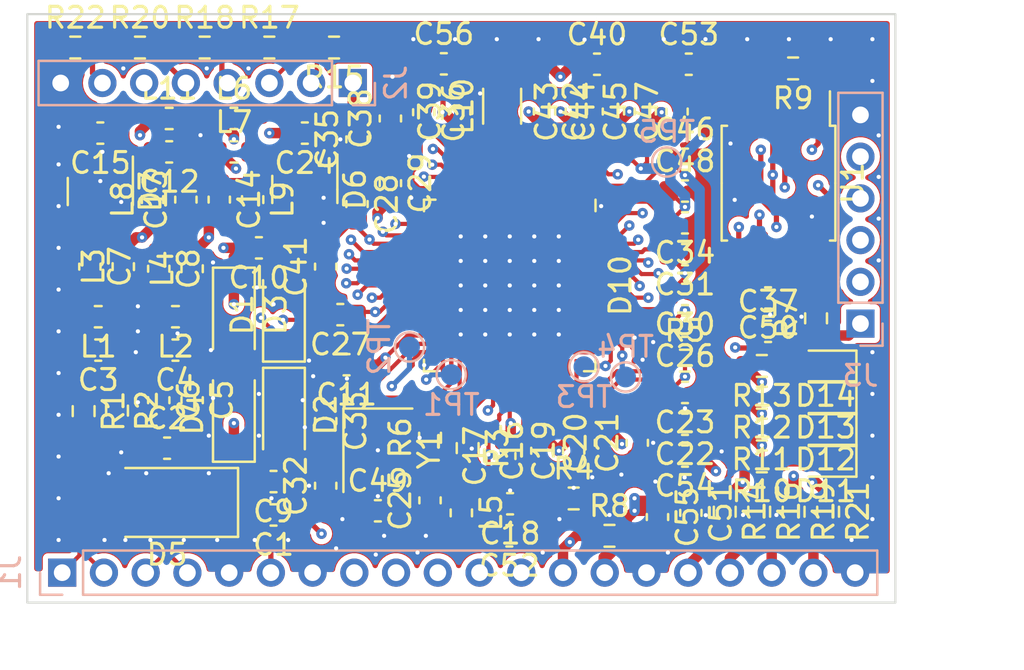
<source format=kicad_pcb>
(kicad_pcb (version 20211014) (generator pcbnew)
  (layers (0 "F.Cu" signal) (1 "In1.Cu" signal) (2 "In2.Cu" signal) (31 "B.Cu" signal) (34 "B.Paste" user) (35 "F.Paste" user) (38 "B.Mask" user) (39 "F.Mask" user) (44 "Edge.Cuts" user))
  (net 0 "")
  (net 1 "TXOUT_P")
  (net 2 "Net-(C1-Pad2)")
  (net 3 "Net-(C3-Pad1)")
  (net 4 "GND")
  (net 5 "TXOUT_N")
  (net 6 "Net-(C4-Pad2)")
  (net 7 "TX_N")
  (net 8 "TX_P")
  (net 9 "Net-(C7-Pad1)")
  (net 10 "+1V2_C")
  (net 11 "Net-(C15-Pad2)")
  (net 12 "Net-(C8-Pad1)")
  (net 13 "+3V3_D")
  (net 14 "Net-(C21-Pad2)")
  (net 15 "RESET#")
  (net 16 "Net-(C49-Pad2)")
  (net 17 "+3V3_A")
  (net 18 "Net-(C10-Pad2)")
  (net 19 "Net-(C22-Pad2)")
  (net 20 "RXIN_N")
  (net 21 "Net-(C13-Pad2)")
  (net 22 "RXIN_P")
  (net 23 "Net-(C25-Pad2)")
  (net 24 "Net-(C32-Pad2)")
  (net 25 "Net-(D10-Pad10)")
  (net 26 "SERIAL_IO_4")
  (net 27 "SERIAL_IO_3")
  (net 28 "SERIAL_IO_2")
  (net 29 "SERIAL_IO_1")
  (net 30 "SERIAL_IO_0")
  (net 31 "TDI")
  (net 32 "TCK")
  (net 33 "TDO")
  (net 34 "TMS")
  (net 35 "RTCK")
  (net 36 "TRST_L")
  (net 37 "Net-(D10-Pad34)")
  (net 38 "Net-(D10-Pad35)")
  (net 39 "Net-(D10-Pad53)")
  (net 40 "Net-(D10-Pad54)")
  (net 41 "SPI_DI")
  (net 42 "Net-(D10-Pad38)")
  (net 43 "Net-(C45-Pad1)")
  (net 44 "RX_N")
  (net 45 "Net-(D10-Pad40)")
  (net 46 "ZC")
  (net 47 "Net-(D10-Pad44)")
  (net 48 "Net-(D10-Pad51)")
  (net 49 "GPIO_0")
  (net 50 "GPIO_1")
  (net 51 "GPIO_2")
  (net 52 "GPIO_3")
  (net 53 "SPI_CS_L")
  (net 54 "SPI_DO")
  (net 55 "SPI_CLK")
  (net 56 "RX_P")
  (net 57 "Net-(J1-Pad16)")
  (net 58 "Net-(J1-Pad17)")
  (net 59 "Net-(J1-Pad18)")
  (net 60 "Net-(J1-Pad19)")
  (net 61 "Net-(D11-Pad2)")
  (net 62 "Net-(D12-Pad2)")
  (net 63 "Net-(D13-Pad2)")
  (net 64 "Net-(D14-Pad2)")
  (footprint "Resistor_SMD:R_0603_1608Metric" (layer "F.Cu") (at 116.8 67.8 -90)
    (fp_text reference "R2")
    (fp_text value "22")
  )
  (footprint "Capacitor_SMD:C_0603_1608Metric" (layer "F.Cu") (at 128.3 54.8 90)
    (fp_text reference "C35")
    (fp_text value "10uF 25V")
  )
  (footprint "Resistor_SMD:R_0603_1608Metric" (layer "F.Cu") (at 133.604 69.596 -90)
    (fp_text reference "R3")
    (fp_text value "R_Small")
  )
  (footprint "Capacitor_SMD:C_0603_1608Metric" (layer "F.Cu") (at 119.2 69.6)
    (fp_text reference "C2")
    (fp_text value "220pF")
  )
  (footprint "Resistor_SMD:R_0603_1608Metric" (layer "F.Cu") (at 140.4 73.8)
    (fp_text reference "R8")
    (fp_text value "10k")
  )
  (footprint "Capacitor_SMD:C_0603_1608Metric" (layer "F.Cu") (at 128.3 57.9 -90)
    (fp_text reference "C28")
    (fp_text value "100nF")
  )
  (footprint "Resistor_SMD:R_0603_1608Metric" (layer "F.Cu") (at 147.701 70.231 180)
    (fp_text reference "R10")
    (fp_text value "3.3K")
  )
  (footprint "Capacitor_SMD:C_0603_1608Metric" (layer "F.Cu") (at 140.589 53.467 90)
    (fp_text reference "C44")
    (fp_text value "100nF")
  )
  (footprint "Capacitor_SMD:C_0603_1608Metric" (layer "F.Cu") (at 133.223 53.467 90)
    (fp_text reference "C39")
    (fp_text value "100nF")
  )
  (footprint "Capacitor_SMD:C_0603_1608Metric" (layer "F.Cu") (at 140.208 69.342 90)
    (fp_text reference "C20")
    (fp_text value "100nF")
  )
  (footprint "Capacitor_SMD:C_0603_1608Metric" (layer "F.Cu") (at 126.8 60.9 90)
    (fp_text reference "C41")
    (fp_text value "10uF 25V")
  )
  (footprint "Capacitor_SMD:C_0603_1608Metric" (layer "F.Cu") (at 144.018 57.277)
    (fp_text reference "C48")
    (fp_text value "100nF")
  )
  (footprint "Diode_SMD:D_SMA" (layer "F.Cu") (at 119.2 72.2 180)
    (fp_text reference "D5")
    (fp_text value "3V9")
  )
  (footprint "Capacitor_SMD:C_0603_1608Metric" (layer "F.Cu") (at 137.287 53.467 -90)
    (fp_text reference "C42")
    (fp_text value "10uF 25V")
  )
  (footprint "Resistor_SMD:R_0603_1608Metric" (layer "F.Cu") (at 150.3 63.375853 90)
    (fp_text reference "R7")
    (fp_text value "120")
  )
  (footprint "Capacitor_SMD:C_0603_1608Metric" (layer "F.Cu") (at 116 54.5 180)
    (fp_text reference "C15")
    (fp_text value "1.5nF")
  )
  (footprint "Capacitor_SMD:C_0603_1608Metric" (layer "F.Cu") (at 144.018 55.753)
    (fp_text reference "C46")
    (fp_text value "100nF")
  )
  (footprint "Capacitor_SMD:C_0603_1608Metric" (layer "F.Cu") (at 144.018 63.754 180)
    (fp_text reference "C26")
    (fp_text value "100nF")
  )
  (footprint "Resistor_SMD:R_0603_1608Metric" (layer "F.Cu") (at 144.018 65.405)
    (fp_text reference "R5")
    (fp_text value "R_Small")
  )
  (footprint "Capacitor_SMD:C_0603_1608Metric" (layer "F.Cu") (at 126.8 68.3 -90)
    (fp_text reference "C33")
    (fp_text value "100nF")
  )
  (footprint "Capacitor_SMD:C_0603_1608Metric" (layer "F.Cu") (at 144.2 51.2)
    (fp_text reference "C53")
    (fp_text value "10uF 25V")
  )
  (footprint "Capacitor_SMD:C_0603_1608Metric" (layer "F.Cu") (at 131.8 72.1 90)
    (fp_text reference "C25")
    (fp_text value "100nF")
  )
  (footprint "Resistor_SMD:R_0603_1608Metric" (layer "F.Cu") (at 117.9 50.4)
    (fp_text reference "R20")
    (fp_text value "10k")
  )
  (footprint "Capacitor_SMD:C_0603_1608Metric" (layer "F.Cu") (at 125.8 54.5 180)
    (fp_text reference "C24")
    (fp_text value "1.5nF")
  )
  (footprint "Capacitor_SMD:C_0603_1608Metric" (layer "F.Cu") (at 119.6 64.9 180)
    (fp_text reference "C4")
    (fp_text value "220pF")
  )
  (footprint "Inductor_SMD:L_0603_1608Metric" (layer "F.Cu") (at 115.9 63.3 180)
    (fp_text reference "L1")
    (fp_text value "1.8uH")
  )
  (footprint "Capacitor_SMD:C_0603_1608Metric" (layer "F.Cu") (at 144.018 62.23 180)
    (fp_text reference "C30")
    (fp_text value "100nF")
  )
  (footprint "Capacitor_SMD:C_0603_1608Metric" (layer "F.Cu") (at 135.382 69.977 90)
    (fp_text reference "C17")
    (fp_text value "100nF")
  )
  (footprint "Capacitor_SMD:C_0603_1608Metric" (layer "F.Cu") (at 135.6 73.8 180)
    (fp_text reference "C52")
    (fp_text value "10uF 25V")
  )
  (footprint "Capacitor_SMD:C_0603_1608Metric" (layer "F.Cu") (at 124.3 72.8 180)
    (fp_text reference "C1")
    (fp_text value "100nF")
  )
  (footprint "Capacitor_SMD:C_0603_1608Metric" (layer "F.Cu") (at 144.3 72.7 -90)
    (fp_text reference "C51")
    (fp_text value "100nF")
  )
  (footprint "Capacitor_SMD:C_0603_1608Metric" (layer "F.Cu") (at 126.8 71.4 90)
    (fp_text reference "C32")
    (fp_text value "6.8pF")
  )
  (footprint "Capacitor_SMD:C_0603_1608Metric" (layer "F.Cu") (at 120.1 57.6875 90)
    (fp_text reference "C13")
    (fp_text value "220pF")
  )
  (footprint "Inductor_SMD:L_1206_3216Metric" (layer "F.Cu") (at 135.255 53.213 90)
    (fp_text reference "L10")
    (fp_text value "4.7uH")
  )
  (footprint "Capacitor_SMD:C_0603_1608Metric" (layer "F.Cu") (at 144.018 69.977 180)
    (fp_text reference "C54")
    (fp_text value "10uF 25V")
  )
  (footprint "Capacitor_SMD:C_0603_1608Metric" (layer "F.Cu") (at 148 64)
    (fp_text reference "C37")
    (fp_text value "10uF 25V")
  )
  (footprint "Capacitor_SMD:C_0603_1608Metric" (layer "F.Cu") (at 120.4 67.3 -90)
    (fp_text reference "C5")
    (fp_text value "100nF")
  )
  (footprint "Diode_SMD:D_SOD-123" (layer "F.Cu") (at 122.4 68 90)
    (fp_text reference "D4")
    (fp_text value "B5819W")
  )
  (footprint "Capacitor_SMD:C_0603_1608Metric" (layer "F.Cu") (at 137.16 69.723 90)
    (fp_text reference "C16")
    (fp_text value "100nF")
  )
  (footprint "Capacitor_SMD:C_0603_1608Metric" (layer "F.Cu") (at 139.8 51.2)
    (fp_text reference "C40")
    (fp_text value "100nF")
  )
  (footprint "Capacitor_SMD:C_0603_1608Metric" (layer "F.Cu") (at 132.461 51.181)
    (fp_text reference "C56")
    (fp_text value "10uF 25V")
  )
  (footprint "LED_SMD:LED_0603_1608Metric" (layer "F.Cu") (at 150.749 65.659 180)
    (fp_text reference "D14")
    (fp_text value "19-217/GHC-YR1S2/3T")
  )
  (footprint "Inductor_SMD:L_0603_1608Metric" (layer "F.Cu") (at 117.1 60.9 90)
    (fp_text reference "L3")
    (fp_text value "270nH")
  )
  (footprint "Capacitor_SMD:C_0603_1608Metric" (layer "F.Cu") (at 118.8 61 -90)
    (fp_text reference "C8")
    (fp_text value "1.5nF")
  )
  (footprint "Capacitor_SMD:C_0603_1608Metric" (layer "F.Cu") (at 144.018 66.929 180)
    (fp_text reference "C23")
    (fp_text value "100nF")
  )
  (footprint "Capacitor_SMD:C_0603_1608Metric" (layer "F.Cu") (at 144.018 68.453 180)
    (fp_text reference "C22")
    (fp_text value "100nF")
  )
  (footprint "Inductor_SMD:L_0603_1608Metric" (layer "F.Cu") (at 120.4 61 90)
    (fp_text reference "L4")
    (fp_text value "270nH")
  )
  (footprint "Resistor_SMD:R_0603_1608Metric" (layer "F.Cu") (at 147.701 68.707 180)
    (fp_text reference "R11")
    (fp_text value "3.3K")
  )
  (footprint "Resistor_SMD:R_0603_1608Metric" (layer "F.Cu") (at 131.8 69.1 90)
    (fp_text reference "R6")
    (fp_text value "33")
  )
  (footprint "Inductor_SMD:L_0603_1608Metric" (layer "F.Cu") (at 119.6 63.3 180)
    (fp_text reference "L2")
    (fp_text value "1.8uH")
  )
  (footprint "Resistor_SMD:R_0603_1608Metric" (layer "F.Cu") (at 149.225 72.644 -90)
    (fp_text reference "R19")
    (fp_text value "3.3K")
  )
  (footprint "Inductor_SMD:L_0603_1608Metric" (layer "F.Cu") (at 123.3 57.6875 -90)
    (fp_text reference "L9")
    (fp_text value "1.8uH")
  )
  (footprint "Capacitor_SMD:C_0603_1608Metric" (layer "F.Cu") (at 144.018 60.325 180)
    (fp_text reference "C31")
    (fp_text value "100nF")
  )
  (footprint "Resistor_SMD:R_0603_1608Metric" (layer "F.Cu") (at 150.876 72.644 -90)
    (fp_text reference "R21")
    (fp_text value "3.3K")
  )
  (footprint "Capacitor_SMD:C_0603_1608Metric" (layer "F.Cu") (at 138.811 53.467 90)
    (fp_text reference "C43")
    (fp_text value "100nF")
  )
  (footprint "Inductor_SMD:L_0603_1608Metric" (layer "F.Cu") (at 118.5 57.6875 90)
    (fp_text reference "L8")
    (fp_text value "1.8uH")
  )
  (footprint "Diode_SMD:D_SOD-123" (layer "F.Cu") (at 122.4 63.2 -90)
    (fp_text reference "D3")
    (fp_text value "B5819W")
  )
  (footprint "Capacitor_SMD:C_0603_1608Metric" (layer "F.Cu") (at 141.732 69.342 90)
    (fp_text reference "C21")
    (fp_text value "100nF")
  )
  (footprint "Capacitor_SMD:C_0603_1608Metric" (layer "F.Cu") (at 119.3 55.4 180)
    (fp_text reference "C12")
    (fp_text value "10uF 25V")
  )
  (footprint "Resistor_SMD:R_0603_1608Metric" (layer "F.Cu") (at 121 50.4)
    (fp_text reference "R18")
    (fp_text value "3.3K")
  )
  (footprint "Resistor_SMD:R_0603_1608Metric" (layer "F.Cu") (at 115.2 67.825 -90)
    (fp_text reference "R1")
    (fp_text value "22")
  )
  (footprint "Capacitor_SMD:C_0603_1608Metric" (layer "F.Cu") (at 129.3 72.6)
    (fp_text reference "C49")
    (fp_text value "6.8pF")
  )
  (footprint "Resistor_SMD:R_0603_1608Metric" (layer "F.Cu") (at 138.684 72.009)
    (fp_text reference "R4")
    (fp_text value "10k")
  )
  (footprint "Capacitor_SMD:C_0603_1608Metric" (layer "F.Cu") (at 123.6 60 180)
    (fp_text reference "C10")
    (fp_text value "100nF")
  )
  (footprint "Diode_SMD:D_SOD-123" (layer "F.Cu") (at 124.8 68 -90)
    (fp_text reference "D2")
    (fp_text value "B5819W")
  )
  (footprint "Package_SO:SOP-8_5.28x5.23mm_P1.27mm" (layer "F.Cu") (at 148.5 56.9 -90)
    (fp_text reference "U1")
    (fp_text value "25Q16")
  )
  (footprint "Resistor_SMD:R_0603_1608Metric" (layer "F.Cu") (at 149.2 51.4 180)
    (fp_text reference "R9")
    (fp_text value "10k")
  )
  (footprint "Capacitor_SMD:C_0603_1608Metric" (layer "F.Cu") (at 131.5 53.5 -90)
    (fp_text reference "C36")
    (fp_text value "10uF 25V")
  )
  (footprint "Inductor_SMD:L_0603_1608Metric" (layer "F.Cu") (at 122.4 55.4)
    (fp_text reference "L7")
    (fp_text value "Bead 600")
  )
  (footprint "Capacitor_SMD:C_0603_1608Metric" (layer "F.Cu") (at 124.3 71.2 180)
    (fp_text reference "C9")
    (fp_text value "100nF")
  )
  (footprint "Capacitor_SMD:C_0603_1608Metric" (layer "F.Cu") (at 143.637 53.467 90)
    (fp_text reference "C47")
    (fp_text value "100nF")
  )
  (footprint "Capacitor_SMD:C_0603_1608Metric" (layer "F.Cu") (at 142.113 53.467 90)
    (fp_text reference "C45")
    (fp_text value "100nF")
  )
  (footprint "Capacitor_SMD:C_0603_1608Metric" (layer "F.Cu") (at 121.7 57.6875 -90)
    (fp_text reference "C14")
    (fp_text value "220pF")
  )
  (footprint "Package_DFN_QFN:QFN-68-1EP_8x8mm_P0.4mm_EP5.2x5.2mm_ThermalVias" (layer "F.Cu") (at 135.6205 61.8015 -90)
    (fp_text reference "D10")
    (fp_text value "QCA 7000")
  )
  (footprint "LED_SMD:LED_0603_1608Metric" (layer "F.Cu") (at 150.749 67.183 180)
    (fp_text reference "D13")
    (fp_text value "19-217/GHC-YR1S2/3T")
  )
  (footprint "Resistor_SMD:R_0603_1608Metric" (layer "F.Cu") (at 147.574 72.644 -90)
    (fp_text reference "R16")
    (fp_text value "3.3K")
  )
  (footprint "Capacitor_SMD:C_0603_1608Metric" (layer "F.Cu") (at 142.7 72.9 -90)
    (fp_text reference "C55")
    (fp_text value "10uF 25V")
  )
  (footprint "Inductor_SMD:L_0603_1608Metric" (layer "F.Cu") (at 133.3 72.7 -90)
    (fp_text reference "L5")
    (fp_text value "Bead 600")
  )
  (footprint "Resistor_SMD:R_0603_1608Metric" (layer "F.Cu") (at 147.701 65.659 180)
    (fp_text reference "R13")
    (fp_text value "3.3K")
  )
  (footprint "Capacitor_SMD:C_0603_1608Metric" (layer "F.Cu") (at 148 62.4 180)
    (fp_text reference "C50")
    (fp_text value "100nF")
  )
  (footprint "Resistor_SMD:R_0603_1608Metric" (layer "F.Cu") (at 145.923 72.644 -90)
    (fp_text reference "R14")
    (fp_text value "3.3K")
  )
  (footprint "Diode_SMD:D_SOD-123" (layer "F.Cu") (at 124.8 63.2 90)
    (fp_text reference "D1")
    (fp_text value "B5819W")
  )
  (footprint "Inductor_SMD:L_0603_1608Metric" (layer "F.Cu") (at 122.4 53.8)
    (fp_text reference "L6")
    (fp_text value "Bead 600")
  )
  (footprint "Resistor_SMD:R_0603_1608Metric" (layer "F.Cu") (at 114.8 50.4)
    (fp_text reference "R22")
    (fp_text value "10k")
  )
  (footprint "Capacitor_SMD:C_0603_1608Metric" (layer "F.Cu") (at 129.9 56.9 -90)
    (fp_text reference "C29")
    (fp_text value "100nF")
  )
  (footprint "Capacitor_SMD:C_0603_1608Metric" (layer "F.Cu") (at 115.5 60.9 -90)
    (fp_text reference "C7")
    (fp_text value "1.5nF")
  )
  (footprint "Capacitor_SMD:C_0603_1608Metric" (layer "F.Cu") (at 118.8 67.3 -90)
    (fp_text reference "C6")
    (fp_text value "100nF")
  )
  (footprint "Capacitor_SMD:C_0603_1608Metric" (layer "F.Cu") (at 127.5 63.2 180)
    (fp_text reference "C27")
    (fp_text value "100nF")
  )
  (footprint "Capacitor_SMD:C_0603_1608Metric" (layer "F.Cu") (at 115.9 64.9 180)
    (fp_text reference "C3")
    (fp_text value "220pF")
  )
  (footprint "LED_SMD:LED_0603_1608Metric" (layer "F.Cu") (at 150.749 68.707 180)
    (fp_text reference "D12")
    (fp_text value "19-217/GHC-YR1S2/3T")
  )
  (footprint "Inductor_SMD:L_0603_1608Metric" (layer "F.Cu") (at 119.3 53.8)
    (fp_text reference "L11")
    (fp_text value "1.8uH")
  )
  (footprint "Resistor_SMD:R_0603_1608Metric" (layer "F.Cu") (at 124.1 50.4)
    (fp_text reference "R17")
    (fp_text value "10k")
  )
  (footprint "Capacitor_SMD:C_0603_1608Metric" (layer "F.Cu") (at 127.8 65.6 180)
    (fp_text reference "C11")
    (fp_text value "100nF")
  )
  (footprint "Capacitor_SMD:C_0603_1608Metric" (layer "F.Cu") (at 138.684 69.723 90)
    (fp_text reference "C19")
    (fp_text value "100nF")
  )
  (footprint "LED_SMD:LED_0603_1608Metric" (layer "F.Cu") (at 150.749 70.231 180)
    (fp_text reference "D11")
    (fp_text value "19-217/GHC-YR1S2/3T")
  )
  (footprint "Resistor_SMD:R_0603_1608Metric" (layer "F.Cu") (at 147.701 67.183 180)
    (fp_text reference "R12")
    (fp_text value "3.3K")
  )
  (footprint "Package_TO_SOT_SMD:SOT-23" (layer "F.Cu") (at 125.8 57.2 -90)
    (fp_text reference "D6")
    (fp_text value "BAV99")
  )
  (footprint "Crystal:Crystal_SMD_TXC_7M-4Pin_3.2x2.5mm" (layer "F.Cu") (at 129.3 69.7 -90)
    (fp_text reference "Y1")
    (fp_text value "25MHz")
  )
  (footprint "Resistor_SMD:R_0603_1608Metric" (layer "F.Cu") (at 127.2 50.4 180)
    (fp_text reference "R15")
    (fp_text value "10k")
  )
  (footprint "Capacitor_SMD:C_0603_1608Metric" (layer "F.Cu") (at 135.636 72.263 180)
    (fp_text reference "C18")
    (fp_text value "100nF")
  )
  (footprint "Capacitor_SMD:C_0603_1608Metric" (layer "F.Cu") (at 129.9 53.8 90)
    (fp_text reference "C38")
    (fp_text value "100nF")
  )
  (footprint "Capacitor_SMD:C_0603_1608Metric" (layer "F.Cu") (at 144.018 58.801 180)
    (fp_text reference "C34")
    (fp_text value "100nF")
  )
  (footprint "Package_TO_SOT_SMD:SOT-23" (layer "F.Cu") (at 116 57.3 -90)
    (fp_text reference "D7")
    (fp_text value "BAV99")
  )
  (footprint "TestPoint:TestPoint_Pad_D1.0mm" (layer "B.Cu") (at 143.143304 55.885015 180)
    (fp_text reference "TP5")
    (fp_text value "TestPoint")
  )
  (footprint "TestPoint:TestPoint_Pad_D1.0mm" (layer "B.Cu") (at 132.816811 66.076159)
    (fp_text reference "TP1")
    (fp_text value "TestPoint")
  )
  (footprint "Connector_PinSocket_2.00mm:PinSocket_1x20_P2.00mm_Vertical" (layer "B.Cu") (at 114.173 75.565 -90)
    (fp_text reference "J1")
    (fp_text value "Conn_01x20")
  )
  (footprint "TestPoint:TestPoint_Pad_D1.0mm" (layer "B.Cu") (at 130.815191 64.751388 -90)
    (fp_text reference "TP2")
    (fp_text value "TestPoint")
  )
  (footprint "TestPoint:TestPoint_Pad_D1.0mm" (layer "B.Cu") (at 139.177071 65.697621)
    (fp_text reference "TP3")
    (fp_text value "TestPoint")
  )
  (footprint "Connector_PinHeader_2.00mm:PinHeader_1x08_P2.00mm_Vertical" (layer "B.Cu") (at 128.1 52.1 90)
    (fp_text reference "J2")
    (fp_text value "JTAG")
  )
  (footprint "Connector_PinSocket_2.00mm:PinSocket_1x06_P2.00mm_Vertical" (layer "B.Cu") (at 152.427276 63.629194)
    (property "Reference" "J3")
    (property "Value" "FLASH")
    (fp_text reference "J3")
    (fp_text value "FLASH")
  )
  (footprint "TestPoint:TestPoint_Pad_D1.0mm" (layer "B.Cu") (at 141.169138 66.186986 180)
    (fp_text reference "TP4")
    (fp_text value "TestPoint")
  )
  (gr_rect (start 112.5 48.8) (end 154.1 77) (layer "Edge.Cuts") (width 0.1) (fill none))
  (segment (start 127.476351 66.7) (end 125.8 66.7) (width 0.2) (layer "F.Cu") (net 1))
  (segment (start 122.4 66.35) (end 122.449511 66.300489) (width 0.5) (layer "F.Cu") (net 1))
  (segment (start 125.45 66.35) (end 124.8 66.35) (width 0.2) (layer "F.Cu") (net 1))
  (segment (start 125.8 66.7) (end 125.45 66.35) (width 0.2) (layer "F.Cu") (net 1))
  (segment (start 124.750489 66.300489) (end 124.8 66.35) (width 0.5) (layer "F.Cu") (net 1))
  (segment (start 128.820966 66.9) (end 127.676351 66.9) (width 0.2) (layer "F.Cu") (net 1))
  (segment (start 120.575 66.35) (end 122.4 66.35) (width 0.2) (layer "F.Cu") (net 1))
  (segment (start 120.4 66.525) (end 120.575 66.35) (width 0.2) (layer "F.Cu") (net 1))
  (segment (start 131.119466 64.6015) (end 128.820966 66.9) (width 0.2) (layer "F.Cu") (net 1))
  (segment (start 131.683 64.6015) (end 131.119466 64.6015) (width 0.2) (layer "F.Cu") (net 1))
  (segment (start 122.449511 66.300489) (end 124.750489 66.300489) (width 0.5) (layer "F.Cu") (net 1))
  (segment (start 127.676351 66.9) (end 127.476351 66.7) (width 0.2) (layer "F.Cu") (net 1))
  (segment (start 124.173 75.565) (end 124.173 73.448) (width 0.25) (layer "F.Cu") (net 2))
  (segment (start 124.173 73.448) (end 123.525 72.8) (width 0.25) (layer "F.Cu") (net 2))
  (segment (start 116.675 65.525) (end 116.675 64.9) (width 0.4) (layer "F.Cu") (net 3))
  (segment (start 115.2 67) (end 116.675 65.525) (width 0.4) (layer "F.Cu") (net 3))
  (segment (start 116.675 64.9) (end 116.675 63.3125) (width 0.4) (layer "F.Cu") (net 3))
  (segment (start 116.675 63.3125) (end 116.6875 63.3) (width 0.2) (layer "F.Cu") (net 3))
  (segment (start 116.6875 63.3) (end 116.6875 62.8625) (width 0.2) (layer "F.Cu") (net 3))
  (segment (start 116.6875 62.8625) (end 115.5 61.675) (width 0.4) (layer "F.Cu") (net 3))
  (segment (start 140.97 70.866) (end 140.983 70.866) (width 0.5) (layer "F.Cu") (net 4))
  (segment (start 138.811 52.692) (end 143.637 52.692) (width 0.2) (layer "F.Cu") (net 4))
  (segment (start 144.031 67.691) (end 144.793 68.453) (width 0.2) (layer "F.Cu") (net 4))
  (segment (start 139.558 63.8015) (end 137.6205 63.8015) (width 0.2) (layer "F.Cu") (net 4))
  (segment (start 138.684 70.498) (end 138.684 71.501) (width 0.25) (layer "F.Cu") (net 4))
  (segment (start 141.605 64.3035) (end 141.182518 64.3035) (width 0.2) (layer "F.Cu") (net 4))
  (segment (start 140.680518 63.8015) (end 139.558 63.8015) (width 0.2) (layer "F.Cu") (net 4))
  (segment (start 144.793 60.325) (end 144.793 55.753) (width 0.2) (layer "F.Cu") (net 4))
  (segment (start 140.983 70.866) (end 141.732 70.117) (width 0.5) (layer "F.Cu") (net 4))
  (segment (start 140.208 70.117) (end 140.221 70.117) (width 0.5) (layer "F.Cu") (net 4))
  (segment (start 144.843 66.879) (end 144.793 66.929) (width 0.2) (layer "F.Cu") (net 4))
  (segment (start 151.5365 70.231) (end 151.5365 70.2565) (width 0.5) (layer "F.Cu") (net 4))
  (segment (start 133.8 70.225) (end 133.604 70.421) (width 0.25) (layer "F.Cu") (net 4))
  (segment (start 135.638572 71.626199) (end 135.774199 71.626199) (width 0.25) (layer "F.Cu") (net 4))
  (segment (start 141.182518 64.3035) (end 140.680518 63.8015) (width 0.2) (layer "F.Cu") (net 4))
  (segment (start 142.608 69.342) (end 143.243 69.977) (width 0.5) (layer "F.Cu") (net 4))
  (segment (start 137.6205 63.8015) (end 135.6205 61.8015) (width 0.2) (layer "F.Cu") (net 4))
  (segment (start 140.221 70.117) (end 140.97 70.866) (width 0.5) (layer "F.Cu") (net 4))
  (segment (start 137.287 52.692) (end 138.811 52.692) (width 0.2) (layer "F.Cu") (net 4))
  (segment (start 142.173 75.565) (end 142.173 74.202) (width 0.6) (layer "F.Cu") (net 4))
  (segment (start 135.382 70.752) (end 135.382 71.369627) (width 0.25) (layer "F.Cu") (net 4))
  (segment (start 135.774199 71.626199) (end 136.411 72.263) (width 0.25) (layer "F.Cu") (net 4))
  (segment (start 139.573 70.993) (end 139.179 70.993) (width 0.5) (layer "F.Cu") (net 4))
  (segment (start 139.179 70.993) (end 138.684 70.498) (width 0.5) (layer "F.Cu") (net 4))
  (segment (start 151.5365 65.659) (end 151.5365 70.231) (width 0.5) (layer "F.Cu") (net 4))
  (segment (start 142.494 69.342) (end 142.608 69.342) (width 0.5) (layer "F.Cu") (net 4))
  (segment (start 144.031 67.691) (end 144.793 66.929) (width 0.2) (layer "F.Cu") (net 4))
  (segment (start 144.018 67.691) (end 144.031 67.691) (width 0.2) (layer "F.Cu") (net 4))
  (segment (start 135.382 71.369627) (end 135.638572 71.626199) (width 0.25) (layer "F.Cu") (net 4))
  (segment (start 144.793 65.355) (end 144.843 65.405) (width 0.2) (layer "F.Cu") (net 4))
  (segment (start 139.558 63.4015) (end 137.2205 63.4015) (width 0.2) (layer "F.Cu") (net 4))
  (segment (start 137.2205 63.4015) (end 135.6205 61.8015) (width 0.2) (layer "F.Cu") (net 4))
  (segment (start 144.843 65.405) (end 144.843 66.879) (width 0.2) (layer "F.Cu") (net 4))
  (segment (start 142.173 74.202) (end 142.7 73.675) (width 0.6) (layer "F.Cu") (net 4))
  (segment (start 144.793 62.23) (end 144.793 65.355) (width 0.2) (layer "F.Cu") (net 4))
  (segment (start 137.16 70.498) (end 138.684 70.498) (width 0.25) (layer "F.Cu") (net 4))
  (via (at 118.2 70.8) (size 0.5) (drill 0.2) (layers "F.Cu" "B.Cu") (net 4))
  (via (at 130.8 55.6) (size 0.5) (drill 0.2) (layers "F.Cu" "B.Cu") (net 4))
  (via (at 148.4 72.8) (size 0.5) (drill 0.2) (layers "F.Cu" "B.Cu") (net 4))
  (via (at 127.6 73) (size 0.5) (drill 0.2) (layers "F.Cu" "B.Cu") (net 4))
  (via (at 139.204323 50.022915) (size 0.5) (drill 0.2) (layers "F.Cu" "B.Cu") (net 4))
  (via (at 124.3 62.7) (size 0.5) (drill 0.2) (layers "F.Cu" "B.Cu") (net 4))
  (via (at 134.2 52.6) (size 0.5) (drill 0.2) (layers "F.Cu" "B.Cu") (net 4))
  (via (at 121.4 60.7) (size 0.5) (drill 0.2) (layers "F.Cu" "B.Cu") (net 4))
  (via (at 123.6 67) (size 0.5) (drill 0.2) (layers "F.Cu" "B.Cu") (net 4))
  (via (at 142.6 71.2) (size 0.5) (drill 0.2) (layers "F.Cu" "B.Cu") (net 4))
  (via (at 117 69.8) (size 0.5) (drill 0.2) (layers "F.Cu" "B.Cu") (net 4))
  (via (at 151 50) (size 0.5) (drill 0.2) (layers "F.Cu" "B.Cu") (net 4))
  (via (at 149.6 63.3) (size 0.5) (drill 0.2) (layers "F.Cu" "B.Cu") (net 4))
  (via (at 117 57.8) (size 0.5) (drill 0.2) (layers "F.Cu" "B.Cu") (net 4))
  (via (at 149 50) (size 0.5) (drill 0.2) (layers "F.Cu" "B.Cu") (net 4))
  (via (at 121.2 69) (size 0.5) (drill 0.2) (layers "F.Cu" "B.Cu") (net 4))
  (via (at 152 74) (size 0.5) (drill 0.2) (layers "F.Cu" "B.Cu") (net 4))
  (via (at 130.9 57.6) (size 0.5) (drill 0.2) (layers "F.Cu" "B.Cu") (net 4))
  (via (at 129.6 73.8) (size 0.5) (drill 0.2) (layers "F.Cu" "B.Cu") (net 4))
  (via (at 123.6 69) (size 0.5) (drill 0.2) (layers "F.Cu" "B.Cu") (net 4))
  (via (at 153 67) (size 0.5) (drill 0.2) (layers "F.Cu" "B.Cu") (net 4))
  (via (at 147 50) (size 0.5) (drill 0.2) (layers "F.Cu" "B.Cu") (net 4))
  (via (at 138 73) (size 0.5) (drill 0.2) (layers "F.Cu" "B.Cu") (net 4))
  (via (at 131.518828 65.621007) (size 0.5) (drill 0.2) (layers "F.Cu" "B.Cu") (net 4))
  (via (at 117.8 67.4) (size 0.5) (drill 0.2) (layers "F.Cu" "B.Cu") (net 4))
  (via (at 114 56) (size 0.5) (drill 0.2) (layers "F.Cu" "B.Cu") (net 4))
  (via (at 153 50) (size 0.5) (drill 0.2) (layers "F.Cu" "B.Cu") (net 4))
  (via (at 153.3 60.6) (size 0.5) (drill 0.2) (layers "F.Cu" "B.Cu") (net 4))
  (via (at 140.97 70.866) (size 0.5) (drill 0.2) (layers "F.Cu" "B.Cu") (net 4))
  (via (at 117.8 64) (size 0.5) (drill 0.2) (layers "F.Cu" "B.Cu") (net 4))
  (via (at 143.2 74.6) (size 0.5) (drill 0.2) (layers "F.Cu" "B.Cu") (net 4))
  (via (at 120.8 54.6) (size 0.5) (drill 0.2) (layers "F.Cu" "B.Cu") (net 4))
  (via (at 140 58) (size 0.5) (drill 0.2) (layers "F.Cu" "B.Cu") (net 4))
  (via (at 153.3 54.61) (size 0.5) (drill 0.2) (layers "F.Cu" "B.Cu") (net 4))
  (via (at 146.8 72.8) (size 0.5) (drill 0.2) (layers "F.Cu" "B.Cu") (net 4))
  (via (at 153.3 58.6) (size 0.5) (drill 0.2) (layers "F.Cu" "B.Cu") (net 4))
  (via (at 118.4 74) (size 0.5) (drill 0.2) (layers "F.Cu" "B.Cu") (net 4))
  (via (at 126.2 66.1505) (size 0.5) (drill 0.2) (layers "F.Cu" "B.Cu") (net 4))
  (via (at 146.4 57.7) (size 0.5) (drill 0.2) (layers "F.Cu" "B.Cu") (net 4))
  (via (at 117.7 65) (size 0.5) (drill 0.2) (layers "F.Cu" "B.Cu") (net 4))
  (via (at 142.494 64.516) (size 0.5) (drill 0.2) (layers "F.Cu" "B.Cu") (net 4))
  (via (at 133 50) (size 0.5) (drill 0.2) (layers "F.Cu" "B.Cu") (net 4))
  (via (at 114 74) (size 0.5) (drill 0.2) (layers "F.Cu" "B.Cu") (net 4))
  (via (at 137.2 74.6) (size 0.5) (drill 0.2) (layers "F.Cu" "B.Cu") (net 4))
  (via (at 131.2 74.6) (size 0.5) (drill 0.2) (layers "F.Cu" "B.Cu") (net 4))
  (via (at 141 50) (size 0.5) (drill 0.2) (layers "F.Cu" "B.Cu") (net 4))
  (via (at 146.2 55) (size 0.5) (drill 0.2) (layers "F.Cu" "B.Cu") (net 4))
  (via (at 116.2 74) (size 0.5) (drill 0.2) (layers "F.Cu" "B.Cu") (net 4))
  (via (at 121.2 70.8) (size 0.5) (drill 0.2) (layers "F.Cu" "B.Cu") (net 4))
  (via (at 117.1 51.4) (size 0.5) (drill 0.2) (layers "F.Cu" "B.Cu") (net 4))
  (via (at 114 72) (size 0.5) (drill 0.2) (layers "F.Cu" "B.Cu") (net 4))
  (via (at 125 74) (size 0.5) (drill 0.2) (layers "F.Cu" "B.Cu") (net 4))
  (via (at 114 64) (size 0.5) (drill 0.2) (layers "F.Cu" "B.Cu") (net 4))
  (via (at 144 71) (size 0.5) (drill 0.2) (layers "F.Cu" "B.Cu") (net 4))
  (via (at 127.3 74.4) (size 0.5) (drill 0.2) (layers "F.Cu" "B.Cu") (net 4))
  (via (at 145 50) (size 0.5) (drill 0.2) (layers "F.Cu" "B.Cu") (net 4))
  (via (at 129.2 74.7) (size 0.5) (drill 0.2) (layers "F.Cu" "B.Cu") (net 4))
  (via (at 153 71) (size 0.5) (drill 0.2) (layers "F.Cu" "B.Cu") (net 4))
  (via (at 121.6 74) (size 0.5) (drill 0.2) (layers "F.Cu" "B.Cu") (net 4))
  (via (at 129.3 69.7) (size 0.5) (drill 0.2) (layers "F.Cu" "B.Cu") (net 4))
  (via (at 117.8 62.8) (size 0.5) (drill 0.2) (layers "F.Cu" "B.Cu") (net 4))
  (via (at 131 50) (size 0.5) (drill 0.2) (layers "F.Cu" "B.Cu") (net 4))
  (via (at 139.573 70.993) (size 0.5) (drill 0.2) (layers "F.Cu" "B.Cu") (net 4))
  (via (at 145.013111 72.812343) (size 0.5) (drill 0.2) (layers "F.Cu" "B.Cu") (net 4))
  (via (at 153.3 56.6) (size 0.5) (drill 0.2) (layers "F.Cu" "B.Cu") (net 4))
  (via (at 114 68) (size 0.5) (drill 0.2) (layers "F.Cu" "B.Cu") (net 4))
  (via (at 153 52) (size 0.5) (drill 0.2) (layers "F.Cu" "B.Cu") (net 4))
  (via (at 114 54.2) (size 0.5) (drill 0.2) (layers "F.Cu" "B.Cu") (net 4))
  (via (at 114 62) (size 0.5) (drill 0.2) (layers "F.Cu" "B.Cu") (net 4))
  (via (at 126.7 57.6) (size 0.5) (drill 0.2) (layers "F.Cu" "B.Cu") (net 4))
  (via (at 142.494 69.342) (size 0.5) (drill 0.2) (layers "F.Cu" "B.Cu") (net 4))
  (via (at 121.4 67.2) (size 0.5) (drill 0.2) (layers "F.Cu" "B.Cu") (net 4))
  (via (at 126 71.4) (size 0.5) (drill 0.2) (layers "F.Cu" "B.Cu") (net 4))
  (via (at 150.1 58.5) (size 0.5) (drill 0.2) (layers "F.Cu" "B.Cu") (net 4))
  (via (at 116.4 70.8) (size 0.5) (drill 0.2) (layers "F.Cu" "B.Cu") (net 4))
  (via (at 127.5 54.8) (size 0.5) (drill 0.2) (layers "F.Cu" "B.Cu") (net 4))
  (via (at 130 51.8) (size 0.5) (drill 0.2) (layers "F.Cu" "B.Cu") (net 4))
  (via (at 123.4 74) (size 0.5) (drill 0.2) (layers "F.Cu" "B.Cu") (net 4))
  (via (at 133.8 69.6205) (size 0.5) (drill 0.2) (layers "F.Cu" "B.Cu") (net 4))
  (via (at 127.817581 66.264103) (size 0.5) (drill 0.2) (layers "F.Cu" "B.Cu") (net 4))
  (via (at 119.7 64.1) (size 0.5) (drill 0.2) (layers "F.Cu" "B.Cu") (net 4))
  (via (at 144.018 67.691) (size 0.5) (drill 0.2) (layers "F.Cu" "B.Cu") (net 4))
  (via (at 153 65) (size 0.5) (drill 0.2) (layers "F.Cu" "B.Cu") (net 4))
  (via (at 153 73) (size 0.5) (drill 0.2) (layers "F.Cu" "B.Cu") (net 4))
  (via (at 114 60) (size 0.5) (drill 0.2) (layers "F.Cu" "B.Cu") (net 4))
  (via (at 129.3 71.9) (size 0.5) (drill 0.2) (layers "F.Cu" "B.Cu") (net 4))
  (via (at 123.1 51.4) (size 0.5) (drill 0.2) (layers "F.Cu" "B.Cu") (net 4))
  (via (at 117.2 74) (size 0.5) (drill 0.2) (layers "F.Cu" "B.Cu") (net 4))
  (via (at 124.2 72) (size 0.5) (drill 0.2) (layers "F.Cu" "B.Cu") (net 4))
  (via (at 126.7 58.8) (size 0.5) (drill 0.2) (layers "F.Cu" "B.Cu") (net 4))
  (via (at 143 50) (size 0.5) (drill 0.2) (layers "F.Cu" "B.Cu") (net 4))
  (via (at 141.986 65.3635) (size 0.5) (drill 0.2) (layers "F.Cu" "B.Cu") (net 4))
  (via (at 138.684 71.501) (size 0.5) (drill 0.2) (layers "F.Cu" "B.Cu") (net 4))
  (via (at 116 56.8) (size 0.5) (drill 0.2) (layers "F.Cu" "B.Cu") (net 4))
  (via (at 114 66) (size 0.5) (drill 0.2) (layers "F.Cu" "B.Cu") (net 4))
  (via (at 123.5 61.9) (size 0.5) (drill 0.2) (layers "F.Cu" "B.Cu") (net 4))
  (via (at 135.638572 71.626199) (size 0.5) (drill 0.2) (layers "F.Cu" "B.Cu") (net 4))
  (via (at 131.3 69.1) (size 0.5) (drill 0.2) (layers "F.Cu" "B.Cu") (net 4))
  (via (at 140.4 72.8) (size 0.5) (drill 0.2) (layers "F.Cu" "B.Cu") (net 4))
  (via (at 116.1 55.4) (size 0.5) (drill 0.2) (layers "F.Cu" "B.Cu") (net 4))
  (via (at 126 65.4) (size 0.5) (drill 0.2) (layers "F.Cu" "B.Cu") (net 4))
  (via (at 114 58) (size 0.5) (drill 0.2) (layers "F.Cu" "B.Cu") (net 4))
  (via (at 141.605 64.3035) (size 0.5) (drill 0.2) (layers "F.Cu" "B.Cu") (net 4))
  (via (at 125.8 68.6) (size 0.5) (drill 0.2) (layers "F.Cu" "B.Cu") (net 4))
  (via (at 148.1 63.2) (size 0.5) (drill 0.2) (layers "F.Cu" "B.Cu") (net 4))
  (via (at 121.3 64.9) (size 0.5) (drill 0.2) (layers "F.Cu" "B.Cu") (net 4))
  (via (at 114 70) (size 0.5) (drill 0.2) (layers "F.Cu" "B.Cu") (net 4))
  (via (at 153 69) (size 0.5) (drill 0.2) (layers "F.Cu" "B.Cu") (net 4))
  (via (at 137 50) (size 0.5) (drill 0.2) (layers "F.Cu" "B.Cu") (net 4))
  (via (at 121.1 51.4) (size 0.5) (drill 0.2) (layers "F.Cu" "B.Cu") (net 4))
  (via (at 125.7 67.3) (size 0.5) (drill 0.2) (layers "F.Cu" "B.Cu") (net 4))
  (via (at 135 50) (size 0.5) (drill 0.2) (layers "F.Cu" "B.Cu") (net 4))
  (via (at 131.6 73.8) (size 0.5) (drill 0.2) (layers "F.Cu" "B.Cu") (net 4))
  (via (at 120 74) (size 0.5) (drill 0.2) (layers "F.Cu" "B.Cu") (net 4))
  (via (at 145.773353 69.754115) (size 0.5) (drill 0.2) (layers "F.Cu" "B.Cu") (net 4))
  (segment (start 119.625 65.7) (end 118.8 66.525) (width 0.2) (layer "F.Cu") (net 5))
  (segment (start 131.683 63.8015) (end 130.344261 63.8015) (width 0.2) (layer "F.Cu") (net 5))
  (segment (start 129.345761 64.8) (end 124.85 64.8) (width 0.2) (layer "F.Cu") (net 5))
  (segment (start 130.344261 63.8015) (end 129.345761 64.8) (width 0.2) (layer "F.Cu") (net 5))
  (segment (start 122.4 64.85) (end 124.8 64.85) (width 0.5) (layer "F.Cu") (net 5))
  (segment (start 122.4 64.85) (end 121.55 65.7) (width 0.2) (layer "F.Cu") (net 5))
  (segment (start 121.55 65.7) (end 119.625 65.7) (width 0.2) (layer "F.Cu") (net 5))
  (segment (start 116.8 66.975) (end 116.8 66.925) (width 0.2) (layer "F.Cu") (net 6))
  (segment (start 116.8 66.925) (end 118.825 64.9) (width 0.4) (layer "F.Cu") (net 6))
  (segment (start 118.8 64.875) (end 118.825 64.9) (width 0.2) (layer "F.Cu") (net 6))
  (segment (start 118.8 61.775) (end 118.8 64.875) (width 0.4) (layer "F.Cu") (net 6))
  (segment (start 119 70.175) (end 118.425 69.6) (width 0.2) (layer "F.Cu") (net 7))
  (segment (start 119 74.738) (end 119 70.175) (width 0.2) (layer "F.Cu") (net 7))
  (segment (start 118.8 69.225) (end 118.8 68.075) (width 0.2) (layer "F.Cu") (net 7))
  (segment (start 118.173 75.565) (end 119 74.738) (width 0.2) (layer "F.Cu") (net 7))
  (segment (start 118.425 69.6) (end 118.8 69.225) (width 0.2) (layer "F.Cu") (net 7))
  (segment (start 119.8 69.425) (end 119.8 68.675) (width 0.2) (layer "F.Cu") (net 8))
  (segment (start 120.173 75.565) (end 119.4 74.792) (width 0.2) (layer "F.Cu") (net 8))
  (segment (start 119.4 70.175) (end 119.975 69.6) (width 0.2) (layer "F.Cu") (net 8))
  (segment (start 119.8 68.675) (end 120.4 68.075) (width 0.2) (layer "F.Cu") (net 8))
  (segment (start 119.975 69.6) (end 119.8 69.425) (width 0.2) (layer "F.Cu") (net 8))
  (segment (start 119.4 74.792) (end 119.4 70.175) (width 0.2) (layer "F.Cu") (net 8))
  (segment (start 115.5 60.125) (end 115.5375 60.125) (width 0.2) (layer "F.Cu") (net 9))
  (segment (start 115.5375 60.125) (end 117.1 61.6875) (width 0.4) (layer "F.Cu") (net 9))
  (segment (start 134.6 72.002) (end 134.861 72.263) (width 0.2) (layer "F.Cu") (net 10))
  (segment (start 133.236 51.181) (end 133.981 51.181) (width 0.6) (layer "F.Cu") (net 10))
  (segment (start 139.558 62.6015) (end 140.656442 62.6015) (width 0.2) (layer "F.Cu") (net 10))
  (segment (start 143.243 58.788) (end 143.243 58.801) (width 0.2) (layer "F.Cu") (net 10))
  (segment (start 134.861 72.263) (end 134.861 73.764) (width 0.5) (layer "F.Cu") (net 10))
  (segment (start 133.3 73.4875) (end 133.6365 73.4875) (width 0.5) (layer "F.Cu") (net 10))
  (segment (start 142.825797 63.336797) (end 143.243 63.754) (width 0.2) (layer "F.Cu") (net 10))
  (segment (start 141.243936 63.754) (end 143.243 63.754) (width 0.2) (layer "F.Cu") (net 10))
  (segment (start 129.28598 58.575496) (end 129.28598 58.28902) (width 0.5) (layer "F.Cu") (net 10))
  (segment (start 143.256 58.801) (end 143.243 58.801) (width 0.2) (layer "F.Cu") (net 10))
  (segment (start 140.491436 63.0015) (end 141.243936 63.754) (width 0.2) (layer "F.Cu") (net 10))
  (segment (start 130.894613 58.45248) (end 130.67748 58.45248) (width 0.2) (layer "F.Cu") (net 10))
  (segment (start 140.295554 66.947519) (end 140.930553 66.31252) (width 0.2) (layer "F.Cu") (net 10))
  (segment (start 144.018 66.167) (end 144.005 66.167) (width 0.2) (layer "F.Cu") (net 10))
  (segment (start 140.656442 62.6015) (end 141.391739 63.336797) (width 0.2) (layer "F.Cu") (net 10))
  (segment (start 141.840469 57.422531) (end 140.169525 57.422531) (width 0.2) (layer "F.Cu") (net 10))
  (segment (start 137.6205 57.864) (end 137.6205 56.702488) (width 0.2) (layer "F.Cu") (net 10))
  (segment (start 141.097 57.785) (end 142.24 57.785) (width 0.2) (layer "F.Cu") (net 10))
  (segment (start 141.986 57.277) (end 141.840469 57.422531) (width 0.2) (layer "F.Cu") (net 10))
  (segment (start 130.67748 58.45248) (end 129.9 57.675) (width 0.2) (layer "F.Cu") (net 10))
  (segment (start 136.8205 67.198523) (end 138.569977 68.948) (width 0.2) (layer "F.Cu") (net 10))
  (segment (start 134.4205 56.398482) (end 133.223 55.200982) (width 0.2) (layer "F.Cu") (net 10))
  (segment (start 141.9 56.2) (end 142.2 55.9) (width 0.2) (layer "F.Cu") (net 10))
  (segment (start 134.861 73.764) (end 134.825 73.8) (width 0.5) (layer "F.Cu") (net 10))
  (segment (start 144.005 62.992) (end 143.243 63.754) (width 0.2) (layer "F.Cu") (net 10))
  (segment (start 129.849243 62.6015) (end 131.683 62.6015) (width 0.2) (layer "F.Cu") (net 10))
  (segment (start 143.243 57.277) (end 143.256 57.277) (width 0.2) (layer "F.Cu") (net 10))
  (segment (start 137.9745 69.726821) (end 137.9745 69.6575) (width 0.5) (layer "F.Cu") (net 10))
  (segment (start 133.223 55.200982) (end 133.223 54.242) (width 0.2) (layer "F.Cu") (net 10))
  (segment (start 129.28598 58.28902) (end 129.9 57.675) (width 0.5) (layer "F.Cu") (net 10))
  (segment (start 132.4 53.5) (end 132.481 53.5) (width 0.5) (layer "F.Cu") (net 10))
  (segment (start 143.243 57.277) (end 141.986 57.277) (width 0.2) (layer "F.Cu") (net 10))
  (segment (start 144.975 54.542) (end 144.78 54.737) (width 0.5) (layer "F.Cu") (net 10))
  (segment (start 142.2 55.9) (end 142.2 55.49904) (width 0.2) (layer "F.Cu") (net 10))
  (segment (start 138.829519 66.947519) (end 140.295554 66.947519) (width 0.2) (layer "F.Cu") (net 10))
  (segment (start 135.117456 68.017462) (end 135.117456 68.229583) (width 0.2) (layer "F.Cu") (net 10))
  (segment (start 144.018 62.992) (end 144.005 62.992) (width 0.2) (layer "F.Cu") (net 10))
  (segment (start 144.018 66.167) (end 144.018 64.529) (width 0.2) (layer "F.Cu") (net 10))
  (segment (start 139.769994 57.023) (end 139.065 57.023) (width 0.2) (layer "F.Cu") (net 10))
  (segment (start 138.4205 65.739) (end 138.4205 66.5385) (width 0.2) (layer "F.Cu") (net 10))
  (segment (start 134.8205 56.3345) (end 133.223 54.737) (width 0.2) (layer "F.Cu") (net 10))
  (segment (start 138.498548 55.82444) (end 141.52444 55.82444) (width 0.2) (layer "F.Cu") (net 10))
  (segment (start 145.5 70.7) (end 144.793 69.993) (width 0.5) (layer "F.Cu") (net 10))
  (segment (start 135.2205 67.914418) (end 135.117456 68.017462) (width 0.2) (layer "F.Cu") (net 10))
  (segment (start 140.169525 57.422531) (end 139.769994 57.023) (width 0.2) (layer "F.Cu") (net 10))
  (segment (start 144.018 64.529) (end 143.243 63.754) (width 0.2) (layer "F.Cu") (net 10))
  (segment (start 139.558 63.0015) (end 140.491436 63.0015) (width 0.2) (layer "F.Cu") (net 10))
  (segment (start 142.24 57.785) (end 143.243 58.788) (width 0.2) (layer "F.Cu") (net 10))
  (segment (start 132.481 53.5) (end 133.223 54.242) (width 0.5) (layer "F.Cu") (net 10))
  (segment (start 129.169319 63.069319) (end 128.405681 63.069319) (width 0.2) (layer "F.Cu") (net 10))
  (segment (start 137.9745 69.6575) (end 138.684 68.948) (width 0.5) (layer "F.Cu") (net 10))
  (segment (start 143.256 57.277) (end 144.018 58.039) (width 0.2) (layer "F.Cu") (net 10))
  (segment (start 137.9745 69.726821) (end 137.938821 69.726821) (width 0.5) (layer "F.Cu") (net 10))
  (segment (start 137.446428 51.2) (end 135.693 51.2) (width 0.5) (layer "F.Cu") (net 10))
  (segment (start 136.4205 65.739) (end 136.4205 67.4595) (width 0.2) (layer "F.Cu") (net 10))
  (segment (start 134.6 69.9) (end 134.6 72.002) (width 0.2) (layer "F.Cu") (net 10))
  (segment (start 131.683 58.6015) (end 131.043633 58.6015) (width 0.2) (layer "F.Cu") (net 10))
  (segment (start 129.381424 63.069319) (end 129.849243 62.6015) (width 0.2) (layer "F.Cu") (net 10))
  (segment (start 137.16 68.199) (end 137.16 68.948) (width 0.2) (layer "F.Cu") (net 10))
  (segment (start 133.236 51.181) (end 132.42348 51.99352) (width 0.25) (layer "F.Cu") (net 10))
  (segment (start 144.793 69.993) (end 144.793 69.977) (width 0.5) (layer "F.Cu") (net 10))
  (segment (start 132.42348 51.99352) (end 132.42348 53.55648) (width 0.25) (layer "F.Cu") (net 10))
  (segment (start 142.2 55.49904) (end 143.45704 54.242) (width 0.2) (layer "F.Cu") (net 10))
  (segment (start 135.693 51.2) (end 135.255 51.638) (width 0.5) (layer "F.Cu") (net 10))
  (segment (start 133.6365 73.4875) (end 134.861 72.263) (width 0.5) (layer "F.Cu") (net 10))
  (segment (start 134.438 51.638) (end 135.255 51.638) (width 0.6) (layer "F.Cu") (net 10))
  (segment (start 139.065 57.023) (end 138.8205 57.2675) (width 0.2) (layer "F.Cu") (net 10))
  (segment (start 139.558 58.6015) (end 140.2805 58.6015) (width 0.2) (layer "F.Cu") (net 10))
  (segment (start 133.981 51.181) (end 134.438 51.638) (width 0.6) (layer "F.Cu") (net 10))
  (segment (start 134.6 68.747039) (end 134.6 69.9) (width 0.2) (layer "F.Cu") (net 10))
  (segment (start 138.046428 51.8) (end 137.446428 51.2) (width 0.5) (layer "F.Cu") (net 10))
  (segment (start 136.8205 65.739) (end 136.8205 67.198523) (width 0.2) (layer "F.Cu") (net 10))
  (segment (start 138.4205 66.5385) (end 138.829519 66.947519) (width 0.2) (layer "F.Cu") (net 10))
  (segment (start 141.52444 55.82444) (end 141.9 56.2) (width 0.2) (layer "F.Cu") (net 10))
  (segment (start 140.2805 58.6015) (end 141.097 57.785) (width 0.2) (layer "F.Cu") (net 10))
  (segment (start 128.405681 63.069319) (end 128.275 63.2) (width 0.2) (layer "F.Cu") (net 10))
  (segment (start 135.2205 65.739) (end 135.2205 67.914418) (width 0.2) (layer "F.Cu") (net 10))
  (segment (start 140.930553 66.31252) (end 142.62652 66.31252) (width 0.2) (layer "F.Cu") (net 10))
  (segment (start 136.4205 67.4595) (end 137.16 68.199) (width 0.2) (layer "F.Cu") (net 10))
  (segment (start 134.8205 57.864) (end 134.8205 56.3345) (width 0.2) (layer "F.Cu") (net 10))
  (segment (start 142.62652 66.31252) (end 143.243 66.929) (width 0.2) (layer "F.Cu") (net 10))
  (segment (start 138.646428 51.2) (end 138.046428 51.8) (width 0.5) (layer "F.Cu") (net 10))
  (segment (start 139.025 51.2) (end 138.646428 51.2) (width 0.5) (layer "F.Cu") (net 10))
  (segment (start 131.043633 58.6015) (end 130.894613 58.45248) (width 0.2) (layer "F.Cu") (net 10))
  (segment (start 144.018 58.039) (end 143.256 58.801) (width 0.2) (layer "F.Cu") (net 10))
  (segment (start 129.169319 63.069319) (end 129.381424 63.069319) (width 0.2) (layer "F.Cu") (net 10))
  (segment (start 134.4205 57.864) (end 134.4205 56.398482) (width 0.2) (layer "F.Cu") (net 10))
  (segment (start 144.975 51.2) (end 144.975 54.542) (width 0.5) (layer "F.Cu") (net 10))
  (segment (start 137.938821 69.726821) (end 137.16 68.948) (width 0.5) (layer "F.Cu") (net 10))
  (segment (start 138.8205 57.2675) (end 138.8205 57.864) (width 0.2) (layer "F.Cu") (net 10))
  (segment (start 135.117456 68.229583) (end 134.6 68.747039) (width 0.2) (layer "F.Cu") (net 10))
  (segment (start 144.005 66.167) (end 143.243 66.929) (width 0.2) (layer "F.Cu") (net 10))
  (segment (start 133.223 54.737) (end 133.223 54.242) (width 0.2) (layer "F.Cu") (net 10))
  (segment (start 141.391739 63.336797) (end 142.825797 63.336797) (width 0.2) (layer "F.Cu") (net 10))
  (segment (start 137.6205 56.702488) (end 138.498548 55.82444) (width 0.2) (layer "F.Cu") (net 10))
  (via (at 132.4 53.5) (size 0.5) (drill 0.2) (layers "F.Cu" "B.Cu") (net 10))
  (via (at 145.5 70.7) (size 0.5) (drill 0.2) (layers "F.Cu" "B.Cu") (net 10))
  (via (at 144.018 58.039) (size 0.5) (drill 0.2) (layers "F.Cu" "B.Cu") (net 10))
  (via (at 129.28598 58.575496) (size 0.5) (drill 0.2) (layers "F.Cu" "B.Cu") (net 10))
  (via (at 144.018 62.992) (size 0.5) (drill 0.2) (layers "F.Cu" "B.Cu") (net 10))
  (via (at 144.78 54.737) (size 0.5) (drill 0.2) (layers "F.Cu" "B.Cu") (net 10))
  (via (at 129.169319 63.069319) (size 0.5) (drill 0.2) (layers "F.Cu" "B.Cu") (net 10))
  (via (at 138.046428 51.8) (size 0.5) (drill 0.2) (layers "F.Cu" "B.Cu") (net 10))
  (via (at 137.9745 69.726821) (size 0.5) (drill 0.2) (layers "F.Cu" "B.Cu") (net 10))
  (via (at 144.018 66.167) (size 0.5) (drill 0.2) (layers "F.Cu" "B.Cu") (net 10))
  (via (at 141.9 56.2) (size 0.5) (drill 0.2) (layers "F.Cu" "B.Cu") (net 10))
  (via (at 134.6 69.9) (size 0.5) (drill 0.2) (layers "F.Cu" "B.Cu") (net 10))
  (segment (start 141.9 56.2) (end 143.34373 56.2) (width 0.5) (layer "B.Cu") (net 10))
  (segment (start 141.9 56.2) (end 143.317 56.2) (width 0.5) (layer "B.Cu") (net 10))
  (segment (start 143.34373 56.2) (end 143.318481 56.225249) (width 0.5) (layer "B.Cu") (net 10))
  (segment (start 143.318481 56.225249) (end 143.318481 56.804751) (width 0.5) (layer "B.Cu") (net 10))
  (segment (start 143.318481 56.804751) (end 144.018 57.50427) (width 0.5) (layer "B.Cu") (net 10))
  (segment (start 144.018 57.50427) (end 144.018 58.039) (width 0.5) (layer "B.Cu") (net 10))
  (segment (start 143.317 56.2) (end 144.78 54.737) (width 0.5) (layer "B.Cu") (net 10))
  (segment (start 117.77548 53.57548) (end 118 53.8) (width 0.5) (layer "F.Cu") (net 11))
  (segment (start 118 53.8) (end 118.5125 53.8) (width 0.5) (layer "F.Cu") (net 11))
  (segment (start 124.85 54.675) (end 125.025 54.5) (width 0.5) (layer "F.Cu") (net 11))
  (segment (start 115.05 56.3625) (end 115.05 54.675) (width 0.5) (layer "F.Cu") (net 11))
  (segment (start 117.9 54.6) (end 117.9 54.4125) (width 0.5) (layer "F.Cu") (net 11))
  (segment (start 115.05 54.675) (end 115.225 54.5) (width 0.5) (layer "F.Cu") (net 11))
  (segment (start 115.225 54.5) (end 116.14952 53.57548) (width 0.5) (layer "F.Cu") (net 11))
  (segment (start 116.14952 53.57548) (end 117.77548 53.57548) (width 0.5) (layer "F.Cu") (net 11))
  (segment (start 117.9 54.4125) (end 118.5125 53.8) (width 0.5) (layer "F.Cu") (net 11))
  (segment (start 124.85 56.2625) (end 124.85 54.675) (width 0.5) (layer "F.Cu") (net 11))
  (segment (start 124.1 54.5) (end 125.025 54.5) (width 0.5) (layer "F.Cu") (net 11))
  (via (at 124.1 54.5) (size 0.5) (drill 0.2) (layers "F.Cu" "B.Cu") (net 11))
  (via (at 117.9 54.6) (size 0.5) (drill 0.2) (layers "F.Cu" "B.Cu") (net 11))
  (segment (start 118.8 60.225) (end 118.8375 60.225) (width 0.2) (layer "F.Cu") (net 12))
  (segment (start 118.8375 60.225) (end 120.4 61.7875) (width 0.4) (layer "F.Cu") (net 12))
  (segment (start 141.963069 60.2015) (end 142.093569 60.071) (width 0.2) (layer "F.Cu") (net 13))
  (segment (start 142.989 60.071) (end 143.243 60.325) (width 0.2) (layer "F.Cu") (net 13))
  (segment (start 140.335011 57.023011) (end 139.93548 56.62348) (width 0.2) (layer "F.Cu") (net 13))
  (segment (start 148.2255 56.5) (end 148.2255 54.8255) (width 0.25) (layer "F.Cu") (net 13))
  (segment (start 141.351 53.467) (end 141.351 53.48) (width 0.5) (layer "F.Cu") (net 13))
  (segment (start 138.333062 68.146079) (end 139.787078 68.146078) (width 0.2) (layer "F.Cu") (net 13))
  (segment (start 143.243 55.753) (end 143.243 55.757) (width 0.2) (layer "F.Cu") (net 13))
  (segment (start 143.243 55.753) (end 143.256 55.753) (width 0.2) (layer "F.Cu") (net 13))
  (segment (start 138.049 53.48) (end 138.811 54.242) (width 0.5) (layer "F.Cu") (net 13))
  (segment (start 140.208 68.58) (end 140.208 68.567) (width 0.2) (layer "F.Cu") (net 13))
  (segment (start 149.23407 62.4) (end 150.405 61.22907) (width 0.25) (layer "F.Cu") (net 13))
  (segment (start 142.7 72.125) (end 144.1 72.125) (width 0.5) (layer "F.Cu") (net 13))
  (segment (start 143.256 55.753) (end 144.018 56.515) (width 0.2) (layer "F.Cu") (net 13))
  (segment (start 123.8 53.8) (end 124.1 53.5) (width 0.5) (layer "F.Cu") (net 13))
  (segment (start 139.558 60.2015) (end 141.963069 60.2015) (width 0.2) (layer "F.Cu") (net 13))
  (segment (start 143.243 60.325) (end 144.018 61.1) (width 0.25) (layer "F.Cu") (net 13))
  (segment (start 138.811 54.242) (end 137.287 54.242) (width 0.5) (layer "F.Cu") (net 13))
  (segment (start 131.683 59.8015) (end 129.1015 59.8015) (width 0.2) (layer "F.Cu") (net 13))
  (segment (start 140.97 69.342) (end 140.208 68.58) (width 0.2) (layer "F.Cu") (net 13))
  (segment (start 128.3 59) (end 128.3 58.675) (width 0.2) (layer "F.Cu") (net 13))
  (segment (start 148.775 62.4) (end 148.775 64) (width 0.25) (layer "F.Cu") (net 13))
  (segment (start 138.178984 55.013992) (end 139.817008 55.013992) (width 0.2) (layer "F.Cu") (net 13))
  (segment (start 141.557225 62.937277) (end 142.662723 62.937277) (width 0.2) (layer "F.Cu") (net 13))
  (segment (start 147.865 51.91) (end 147.865 53.3) (width 0.25) (layer "F.Cu") (net 13))
  (segment (start 135.666976 68.917024) (end 135.666976 68.4) (width 0.5) (layer "F.Cu") (net 13))
  (segment (start 148.2255 57.602264) (end 149.135 58.511764) (width 0.25) (layer "F.Cu") (net 13))
  (segment (start 142.7 72.125) (end 141.725 72.125) (width 0.5) (layer "F.Cu") (net 13))
  (segment (start 131.5 54.275) (end 131.349511 54.425489) (width 0.2) (layer "F.Cu") (net 13))
  (segment (start 141 69.4) (end 141 69.359) (width 0.5) (layer "F.Cu") (net 13))
  (segment (start 138.4205 57.0325) (end 138.4205 57.864) (width 0.2) (layer "F.Cu") (net 13))
  (segment (start 135.666967 68.4) (end 135.6205 68.353533) (width 0.2) (layer "F.Cu") (net 13))
  (segment (start 141.674983 57.023011) (end 140.335011 57.023011) (width 0.2) (layer "F.Cu") (net 13))
  (segment (start 136.525 53.467) (end 136.525 53.48) (width 0.5) (layer "F.Cu") (net 13))
  (segment (start 147.97548 64.79952) (end 148.775 64) (width 0.25) (layer "F.Cu") (net 13))
  (segment (start 129.275 54.575) (end 129.9 54.575) (width 0.5) (layer "F.Cu") (net 13))
  (segment (start 140.821448 62.2015) (end 141.557225 62.937277) (width 0.2) (layer "F.Cu") (net 13))
  (segment (start 136.652 55.499) (end 136.652 54.877) (width 0.2) (layer "F.Cu") (net 13))
  (segment (start 126.8 60.125) (end 126.8 59.834877) (width 0.5) (layer "F.Cu") (net 13))
  (segment (start 136.4205 56.2385) (end 137.033 55.626) (width 0.2) (layer "F.Cu") (net 13))
  (segment (start 141.820514 56.87748) (end 141.674983 57.023011) (width 0.2) (layer "F.Cu") (net 13))
  (segment (start 140.173 75.565) (end 140.173 74.852) (width 0.6) (layer "F.Cu") (net 13))
  (segment (start 128.1 53.825) (end 128.1 52.1) (width 0.5) (layer "F.Cu") (net 13))
  (segment (start 131.2 54.575) (end 131.5 54.275) (width 0.5) (layer "F.Cu") (net 13))
  (segment (start 128.3 54.025) (end 128.725 54.025) (width 0.5) (layer "F.Cu") (net 13))
  (segment (start 144.018 61.455) (end 143.243 62.23) (width 0.25) (layer "F.Cu") (net 13))
  (segment (start 140.173 74.852) (end 141.225 73.8) (width 0.6) (layer "F.Cu") (net 13))
  (segment (start 131.349511 55.950489) (end 130.95459 56.34541) (width 0.2) (layer "F.Cu") (net 13))
  (segment (start 141.725 72.125) (end 141.6 72) (width 0.5) (layer "F.Cu") (net 13))
  (segment (start 138.049 53.467) (end 138.049 53.48) (width 0.5) (layer "F.Cu") (net 13))
  (segment (start 144.1 72.125) (end 144.3 71.925) (width 0.5) (layer "F.Cu") (net 13))
  (segment (start 136.0205 57.864) (end 136.0205 56.1305) (width 0.2) (layer "F.Cu") (net 13))
  (segment (start 128.725 54.025) (end 129.275 54.575) (width 0.5) (layer "F.Cu") (net 13))
  (segment (start 144.018 61.1) (end 144.018 61.455) (width 0.25) (layer "F.Cu") (net 13))
  (segment (start 137.2205 65.739) (end 137.2205 67.033518) (width 0.2) (layer "F.Cu") (net 13))
  (segment (start 142.093569 60.071) (end 142.989 60.071) (width 0.2) (layer "F.Cu") (net 13))
  (segment (start 139.787078 68.146078) (end 140.208 68.567) (width 0.2) (layer "F.Cu") (net 13))
  (segment (start 138.82952 56.62348) (end 138.4205 57.0325) (width 0.2) (layer "F.Cu") (net 13))
  (segment (start 134.0205 57.864) (end 134.0205 56.563488) (width 0.2) (layer "F.Cu") (net 13))
  (segment (start 135.6205 68.353533) (end 135.6205 65.739) (width 0.2) (layer "F.Cu") (net 13))
  (segment (start 136.0205 56.1305) (end 136.652 55.499) (width 0.2) (layer "F.Cu") (net 13))
  (segment (start 142.662723 62.937277) (end 143.116 62.484) (width 0.2) (layer "F.Cu") (net 13))
  (segment (start 136.652 54.877) (end 137.287 54.242) (width 0.2) (layer "F.Cu") (net 13))
  (segment (start 123.1875 53.8) (end 123.8 53.8) (width 0.5) (layer "F.Cu") (net 13))
  (segment (start 132.03594 57.13594) (end 132.4205 57.5205) (width 0.2) (layer "F.Cu") (net 13))
  (segment (start 131.699012 54.242) (end 131.572 54.242) (width 0.2) (layer "F.Cu") (net 13))
  (segment (start 129.1015 59.8015) (end 128.3 59) (width 0.2) (layer "F.Cu") (net 13))
  (segment (start 142.224779 72.600221) (end 142.7 72.125) (width 0.5) (layer "F.Cu") (net 13))
  (segment (start 127.959877 58.675) (end 128.3 58.675) (width 0.5) (layer "F.Cu") (net 13))
  (segment (start 139.817008 55.013992) (end 140.589 54.242) (width 0.2) (layer "F.Cu") (net 13))
  (segment (start 141.602594 72.600221) (end 142.224779 72.600221) (width 0.5) (layer "F.Cu") (net 13))
  (segment (start 148.375 51.4) (end 147.865 51.91) (width 0.25) (layer "F.Cu") (net 13))
  (segment (start 143.243 55.757) (end 142.12252 56.87748) (width 0.2) (layer "F.Cu") (net 13))
  (segment (start 129.9 54.575) (end 131.2 54.575) (width 0.5) (layer "F.Cu") (net 13))
  (segment (start 147.865 54.465) (end 147.865 53.3) (width 0.25) (layer "F.Cu") (net 13))
  (segment (start 148.2255 54.8255) (end 147.865 54.465) (width 0.25) (layer "F.Cu") (net 13))
  (segment (start 136.525 53.48) (end 137.287 54.242) (width 0.5) (layer "F.Cu") (net 13))
  (segment (start 141.225 72.977815) (end 141.225 73.8) (width 0.5) (layer "F.Cu") (net 13))
  (segment (start 137.033 55.626) (end 137.033 54.496) (width 0.2) (layer "F.Cu") (net 13))
  (segment (start 134.0205 56.563488) (end 131.699012 54.242) (width 0.2) (layer "F.Cu") (net 13))
  (segment (start 142.12252 56.87748) (end 141.820514 56.87748) (width 0.2) (layer "F.Cu") (net 13))
  (segment (start 136.8205 57.864) (end 136.8205 56.372476) (width 0.2) (layer "F.Cu") (net 13))
  (segment (start 124.1 53.5) (end 127.3 53.5) (width 0.5) (layer "F.Cu") (net 13))
  (segment (start 131.349511 54.425489) (end 131.349511 55.950489) (width 0.2) (layer "F.Cu") (net 13))
  (segment (start 141.602594 72.600221) (end 141.225 72.977815) (width 0.5) (layer "F.Cu") (net 13))
  (segment (start 123.1875 55.4) (end 123.1875 53.8) (width 0.5) (layer "F.Cu") (net 13))
  (segment (start 146.449977 64.79952) (end 147.97548 64.79952) (width 0.25) (layer "F.Cu") (net 13))
  (segment (start 126.8 59.834877) (end 127.959877 58.675) (width 0.5) (layer "F.Cu") (net 13))
  (segment (start 136.4205 57.864) (end 136.4205 56.2385) (width 0.2) (layer "F.Cu") (net 13))
  (segment (start 127.3 53.5) (end 127.825 54.025) (width 0.5) (layer "F.Cu") (net 13))
  (segment (start 148.2255 56.5) (end 148.2255 57.602264) (width 0.25) (layer "F.Cu") (net 13))
  (segment (start 130.95459 56.34541) (end 130.95459 56.814056) (width 0.2) (layer "F.Cu") (net 13))
  (segment (start 149.135 58.511764) (end 149.135 60.5) (width 0.25) (layer "F.Cu") (net 13))
  (segment (start 141 69.359) (end 140.208 68.567) (width 0.5) (layer "F.Cu") (net 13))
  (segment (start 148.775 62.4) (end 149.23407 62.4) (width 0.25) (layer "F.Cu") (net 13))
  (segment (start 150.405 61.22907) (end 150.405 60.5) (width 0.25) (layer "F.Cu") (net 13))
  (segment (start 136.8205 56.372476) (end 138.178984 55.013992) (width 0.2) (layer "F.Cu") (net 13))
  (segment (start 137.2205 67.033518) (end 138.333062 68.146079) (width 0.2) (layer "F.Cu") (net 13))
  (segment (start 131.276474 57.13594) (end 132.03594 57.13594) (width 0.2) (layer "F.Cu") (net 13))
  (segment (start 130.95459 56.814056) (end 131.276474 57.13594) (width 0.2) (layer "F.Cu") (net 13))
  (segment (start 139.93548 56.62348) (end 138.82952 56.62348) (width 0.2) (layer "F.Cu") (net 13))
  (segment (start 149.135 62.04) (end 148.775 62.4) (width 0.25) (layer "F.Cu") (net 13))
  (segment (start 146.42406 64.773603) (end 146.449977 64.79952) (width 0.25) (layer "F.Cu") (net 13))
  (segment (start 132.4205 57.5205) (end 132.4205 57.864) (width 0.2) (layer "F.Cu") (net 13))
  (segment (start 139.558 62.2015) (end 140.821448 62.2015) (width 0.2) (layer "F.Cu") (net 13))
  (segment (start 128.3 54.025) (end 128.1 53.825) (width 0.5) (layer "F.Cu") (net 13))
  (segment (start 149.135 60.5) (end 149.135 62.04) (width 0.25) (layer "F.Cu") (net 13))
  (segment (start 141.351 53.48) (end 140.589 54.242) (width 0.5) (layer "F.Cu") (net 13))
  (segment (start 135.382 69.202) (end 135.666976 68.917024) (width 0.5) (layer "F.Cu") (net 13))
  (segment (start 127.825 54.025) (end 128.3 54.025) (width 0.5) (layer "F.Cu") (net 13))
  (via (at 141.6 72) (size 0.5) (drill 0.2) (layers "F.Cu" "B.Cu") (net 13))
  (via (at 146.42406 64.773603) (size 0.5) (drill 0.2) (layers "F.Cu" "B.Cu") (net 13))
  (via (at 141.351 53.467) (size 0.5) (drill 0.2) (layers "F.Cu" "B.Cu") (net 13))
  (via (at 135.666967 68.4) (size 0.5) (drill 0.2) (layers "F.Cu" "B.Cu") (net 13))
  (via (at 141 69.4) (size 0.5) (drill 0.2) (layers "F.Cu" "B.Cu") (net 13))
  (via (at 138.049 53.467) (size 0.5) (drill 0.2) (layers "F.Cu" "B.Cu") (net 13))
  (via (at 136.525 53.467) (size 0.5) (drill 0.2) (layers "F.Cu" "B.Cu") (net 13))
  (via (at 128.9 59.6) (size 0.5) (drill 0.2) (layers "F.Cu" "B.Cu") (net 13))
  (via (at 144.018 61.214) (size 0.5) (drill 0.2) (layers "F.Cu" "B.Cu") (net 13))
  (via (at 141.602594 72.600221) (size 0.5) (drill 0.2) (layers "F.Cu" "B.Cu") (net 13))
  (via (at 148.2255 56.5) (size 0.5) (drill 0.2) (layers "F.Cu" "B.Cu") (net 13))
  (via (at 144.018 56.515) (size 0.5) (drill 0.2) (layers "F.Cu" "B.Cu") (net 13))
  (segment (start 144.717511 60.514489) (end 144.717511 57.214511) (width 0.5) (layer "B.Cu") (net 13))
  (segment (start 141.602594 72.002594) (end 141.6 72) (width 0.5) (layer "B.Cu") (net 13))
  (segment (start 144.717511 57.214511) (end 144.018 56.515) (width 0.5) (layer "B.Cu") (net 13))
  (segment (start 141.602594 72.600221) (end 141.602594 72.002594) (width 0.5) (layer "B.Cu") (net 13))
  (segment (start 144.018 61.214) (end 144.717511 60.514489) (width 0.5) (layer "B.Cu") (net 13))
  (segment (start 137.6205 65.232205) (end 137.851205 65.0015) (width 0.2) (layer "F.Cu") (net 14))
  (segment (start 140.911559 67.746559) (end 141.732 68.567) (width 0.2) (layer "F.Cu") (net 14))
  (segment (start 137.6205 66.868512) (end 138.498547 67.746559) (width 0.2) (layer "F.Cu") (net 14))
  (segment (start 138.498547 67.746559) (end 140.911559 67.746559) (width 0.2) (layer "F.Cu") (net 14))
  (segment (start 137.6205 65.739) (end 137.6205 65.232205) (width 0.2) (layer "F.Cu") (net 14))
  (segment (start 137.6205 65.739) (end 137.6205 66.868512) (width 0.2) (layer "F.Cu") (net 14))
  (segment (start 137.851205 65.0015) (end 139.558 65.0015) (width 0.2) (layer "F.Cu") (net 14))
  (segment (start 138.8 73.8) (end 139.575 73.8) (width 0.5) (layer "F.Cu") (net 15))
  (segment (start 138.173 75.565) (end 138.173 74.427) (width 0.5) (layer "F.Cu") (net 15))
  (segment (start 138.5 74.1) (end 138.8 73.8) (width 0.5) (layer "F.Cu") (net 15))
  (segment (start 151.855617 64.200853) (end 152.427276 63.629194) (width 0.5) (layer "F.Cu") (net 15))
  (segment (start 150.3 64.200853) (end 151.855617 64.200853) (width 0.5) (layer "F.Cu") (net 15))
  (segment (start 138.173 74.427) (end 138.5 74.1) (width 0.5) (layer "F.Cu") (net 15))
  (via (at 138.5 74.1) (size 0.5) (drill 0.2) (layers "F.Cu" "B.Cu") (net 15))
  (segment (start 131.025 69.925) (end 130.15 70.8) (width 0.4) (layer "F.Cu") (net 16))
  (segment (start 130.15 72.525) (end 130.075 72.6) (width 0.2) (layer "F.Cu") (net 16))
  (segment (start 130.15 70.8) (end 130.15 72.525) (width 0.4) (layer "F.Cu") (net 16))
  (segment (start 131.8 69.925) (end 131.025 69.925) (width 0.4) (layer "F.Cu") (net 16))
  (segment (start 129.110012 67.17596) (end 128.760972 67.525) (width 0.2) (layer "F.Cu") (net 17))
  (segment (start 132.12404 67.17596) (end 129.110012 67.17596) (width 0.2) (layer "F.Cu") (net 17))
  (segment (start 128.575 65.6) (end 129.322888 65.6) (width 0.5) (layer "F.Cu") (net 17))
  (segment (start 132.8205 65.739) (end 132.8205 64.701011) (width 0.2) (layer "F.Cu") (net 17))
  (segment (start 128.760972 67.525) (end 126.8 67.525) (width 0.2) (layer "F.Cu") (net 17))
  (segment (start 129.322888 65.6) (end 129.661444 65.261444) (width 0.5) (layer "F.Cu") (net 17))
  (segment (start 129.661444 65.261444) (end 130.721388 64.2015) (width 0.2) (layer "F.Cu") (net 17))
  (segment (start 132.8205 66.4795) (end 132.12404 67.17596) (width 0.2) (layer "F.Cu") (net 17))
  (segment (start 132.8205 64.701011) (end 132.320989 64.2015) (width 0.2) (layer "F.Cu") (net 17))
  (segment (start 122.4 54.79292) (end 122.4 54.5875) (width 0.5) (layer "F.Cu") (net 17))
  (segment (start 122.4 54.5875) (end 121.6125 53.8) (width 0.5) (layer "F.Cu") (net 17))
  (segment (start 120.0875 53.8) (end 121.6125 53.8) (width 0.5) (layer "F.Cu") (net 17))
  (segment (start 132.8205 65.739) (end 132.8205 66.4795) (width 0.2) (layer "F.Cu") (net 17))
  (segment (start 132.320989 64.2015) (end 131.683 64.2015) (width 0.2) (layer "F.Cu") (net 17))
  (segment (start 130.721388 64.2015) (end 131.683 64.2015) (width 0.2) (layer "F.Cu") (net 17))
  (segment (start 118.525 55.3625) (end 120.0875 53.8) (width 0.5) (layer "F.Cu") (net 17))
  (segment (start 118.525 55.4) (end 118.525 55.3625) (width 0.5) (layer "F.Cu") (net 17))
  (via (at 129.661444 65.261444) (size 0.5) (drill 0.2) (layers "F.Cu" "B.Cu") (net 17))
  (via (at 122.4 54.79292) (size 0.5) (drill 0.2) (layers "F.Cu" "B.Cu") (net 17))
  (segment (start 122.4 69.65) (end 122.4 68.4) (width 0.5) (layer "F.Cu") (net 18))
  (segment (start 121.9 60) (end 122.825 60) (width 0.5) (layer "F.Cu") (net 18))
  (segment (start 122.4 60.425) (end 122.825 60) (width 0.5) (layer "F.Cu") (net 18))
  (segment (start 123.525 71.2) (end 122.2 71.2) (width 0.5) (layer "F.Cu") (net 18))
  (segment (start 122.4 61.55) (end 122.4 60.425) (width 0.5) (layer "F.Cu") (net 18))
  (segment (start 122.4 62.7) (end 122.4 61.55) (width 0.5) (layer "F.Cu") (net 18))
  (segment (start 121.7 55.4) (end 121.6125 55.4) (width 0.5) (layer "F.Cu") (net 18))
  (segment (start 122.4 70.075) (end 123.525 71.2) (width 0.5) (layer "F.Cu") (net 18))
  (segment (start 122.4 69.65) (end 122.4 70.075) (width 0.5) (layer "F.Cu") (net 18))
  (segment (start 122.5 56.2) (end 121.7 55.4) (width 0.5) (layer "F.Cu") (net 18))
  (segment (start 121.70625 55.4) (end 121.6125 55.4) (width 0.2) (layer "F.Cu") (net 18))
  (segment (start 122.2 71.2) (end 121.2 72.2) (width 0.5) (layer "F.Cu") (net 18))
  (via (at 121.9 60) (size 0.5) (drill 0.2) (layers "F.Cu" "B.Cu") (net 18))
  (via (at 122.4 68.4) (size 0.5) (drill 0.2) (layers "F.Cu" "B.Cu") (net 18))
  (via (at 122.5 56.2) (size 0.5) (drill 0.2) (layers "F.Cu" "B.Cu") (net 18))
  (via (at 122.4 62.7) (size 0.5) (drill 0.2) (layers "F.Cu" "B.Cu") (net 18))
  (segment (start 138.0205 66.703506) (end 138.664033 67.347039) (width 0.2) (layer "F.Cu") (net 19))
  (segment (start 138.0205 65.739) (end 138.0205 66.703506) (width 0.2) (layer "F.Cu") (net 19))
  (segment (start 142.137039 67.347039) (end 143.243 68.453) (width 0.2) (layer "F.Cu") (net 19))
  (segment (start 138.664033 67.347039) (end 142.137039 67.347039) (width 0.2) (layer "F.Cu") (net 19))
  (segment (start 117.7125 59.5) (end 117.1 60.1125) (width 0.5) (layer "F.Cu") (net 20))
  (segment (start 116 59.0125) (end 117.1 60.1125) (width 0.5) (layer "F.Cu") (net 20))
  (segment (start 130.014249 63.0015) (end 131.683 63.0015) (width 0.2) (layer "F.Cu") (net 20))
  (segment (start 125.7505 63.4505) (end 126.30096 64.00096) (width 0.2) (layer "F.Cu") (net 20))
  (segment (start 118 59.5) (end 117.7125 59.5) (width 0.5) (layer "F.Cu") (net 20))
  (segment (start 118.5 59) (end 118 59.5) (width 0.5) (layer "F.Cu") (net 20))
  (segment (start 124.757212 63.4505) (end 125.7505 63.4505) (width 0.2) (layer "F.Cu") (net 20))
  (segment (start 126.30096 64.00096) (end 129.014789 64.00096) (width 0.2) (layer "F.Cu") (net 20))
  (segment (start 129.014789 64.00096) (end 130.014249 63.0015) (width 0.2) (layer "F.Cu") (net 20))
  (segment (start 116 58.2375) (end 116 59.0125) (width 0.5) (layer "F.Cu") (net 20))
  (segment (start 120.0875 58.475) (end 120.1 58.4625) (width 0.5) (layer "F.Cu") (net 20))
  (segment (start 118.5 58.475) (end 120.0875 58.475) (width 0.5) (layer "F.Cu") (net 20))
  (segment (start 118.5 58.475) (end 118.5 59) (width 0.5) (layer "F.Cu") (net 20))
  (via (at 124.757212 63.4505) (size 0.5) (drill 0.2) (layers "F.Cu" "B.Cu") (net 20))
  (via (at 118 59.5) (size 0.5) (drill 0.2) (layers "F.Cu" "B.Cu") (net 20))
  (segment (start 118.5 56.9) (end 123.3 56.9) (width 0.5) (layer "F.Cu") (net 21))
  (segment (start 123.2875 58.4625) (end 123.3 58.475) (width 0.5) (layer "F.Cu") (net 22))
  (segment (start 130.179255 63.4015) (end 131.683 63.4015) (width 0.2) (layer "F.Cu") (net 22))
  (segment (start 125.4625 58.475) (end 125.8 58.1375) (width 0.5) (layer "F.Cu") (net 22))
  (segment (start 121.2 59.5) (end 121.2 58.9625) (width 0.5) (layer "F.Cu") (net 22))
  (segment (start 129.180275 64.40048) (end 130.179255 63.4015) (width 0.2) (layer "F.Cu") (net 22))
  (segment (start 125.649022 64) (end 126.049502 64.40048) (width 0.2) (layer "F.Cu") (net 22))
  (segment (start 126.049502 64.40048) (end 129.180275 64.40048) (width 0.2) (layer "F.Cu") (net 22))
  (segment (start 124.3 64) (end 125.649022 64) (width 0.2) (layer "F.Cu") (net 22))
  (segment (start 123.7 63.4) (end 124.3 64) (width 0.2) (layer "F.Cu") (net 22))
  (segment (start 120.4875 60.2125) (end 121.2 59.5) (width 0.5) (layer "F.Cu") (net 22))
  (segment (start 121.7 58.4625) (end 123.2875 58.4625) (width 0.5) (layer "F.Cu") (net 22))
  (segment (start 123.3 58.475) (end 125.4625 58.475) (width 0.5) (layer "F.Cu") (net 22))
  (segment (start 123.7 63.3505) (end 123.7 63.4) (width 0.2) (layer "F.Cu") (net 22))
  (segment (start 120.4 60.2125) (end 120.4875 60.2125) (width 0.5) (layer "F.Cu") (net 22))
  (segment (start 121.2 58.9625) (end 121.7 58.4625) (width 0.5) (layer "F.Cu") (net 22))
  (via (at 123.7 63.3505) (size 0.5) (drill 0.2) (layers "F.Cu" "B.Cu") (net 22))
  (via (at 121.2 59.5) (size 0.5) (drill 0.2) (layers "F.Cu" "B.Cu") (net 22))
  (segment (start 132.57452 70.55048) (end 131.8 71.325) (width 0.2) (layer "F.Cu") (net 23))
  (segment (start 134.0205 65.739) (end 134.0205 67.005492) (width 0.2) (layer "F.Cu") (net 23))
  (segment (start 132.57452 68.451472) (end 132.57452 70.55048) (width 0.2) (layer "F.Cu") (net 23))
  (segment (start 133.3 71.9125) (end 132.3875 71.9125) (width 0.5) (layer "F.Cu") (net 23))
  (segment (start 134.0205 67.005492) (end 132.57452 68.451472) (width 0.2) (layer "F.Cu") (net 23))
  (segment (start 132.3875 71.9125) (end 131.8 71.325) (width 0.5) (layer "F.Cu") (net 23))
  (segment (start 132.3205 67.57548) (end 129.275498 67.57548) (width 0.2) (layer "F.Cu") (net 24))
  (segment (start 128.45 68.975) (end 128.45 68.6) (width 0.2) (layer "F.Cu") (net 24))
  (segment (start 133.2205 65.739) (end 133.2205 66.67548) (width 0.2) (layer "F.Cu") (net 24))
  (segment (start 128.45 68.400978) (end 128.45 68.6) (width 0.2) (layer "F.Cu") (net 24))
  (segment (start 129.275498 67.57548) (end 128.45 68.400978) (width 0.2) (layer "F.Cu") (net 24))
  (segment (start 133.2205 66.67548) (end 132.3205 67.57548) (width 0.2) (layer "F.Cu") (net 24))
  (segment (start 126.8 70.625) (end 128.45 68.975) (width 0.2) (layer "F.Cu") (net 24))
  (segment (start 135.2205 57.864) (end 135.2205 54.8225) (width 0.2) (layer "F.Cu") (net 25))
  (segment (start 135.2205 54.8225) (end 135.255 54.788) (width 0.2) (layer "F.Cu") (net 25))
  (segment (start 135.6205 55.1535) (end 135.255 54.788) (width 0.2) (layer "F.Cu") (net 25))
  (segment (start 135.6205 57.864) (end 135.6205 55.1535) (width 0.2) (layer "F.Cu") (net 25))
  (segment (start 132.152056 55.26005) (end 133.6205 56.728494) (width 0.2) (layer "F.Cu") (net 26))
  (segment (start 131.93995 55.26005) (end 132.152056 55.26005) (width 0.2) (layer "F.Cu") (net 26))
  (segment (start 133.6205 56.728494) (end 133.6205 57.864) (width 0.2) (layer "F.Cu") (net 26))
  (via (at 131.93995 55.26005) (size 0.5) (drill 0.2) (layers "F.Cu" "B.Cu") (net 26))
  (segment (start 131.905602 56.013638) (end 132.32765 56.013638) (width 0.2) (layer "F.Cu") (net 27))
  (segment (start 132.32765 56.013638) (end 133.2205 56.906488) (width 0.2) (layer "F.Cu") (net 27))
  (segment (start 133.2205 56.906488) (end 133.2205 57.864) (width 0.2) (layer "F.Cu") (net 27))
  (via (at 131.905602 56.013638) (size 0.5) (drill 0.2) (layers "F.Cu" "B.Cu") (net 27))
  (segment (start 131.517661 56.6) (end 132.349006 56.6) (width 0.2) (layer "F.Cu") (net 28))
  (segment (start 131.50409 56.586429) (end 131.517661 56.6) (width 0.2) (layer "F.Cu") (net 28))
  (segment (start 132.349006 56.6) (end 132.8205 57.071494) (width 0.2) (layer "F.Cu") (net 28))
  (segment (start 132.8205 57.071494) (end 132.8205 57.864) (width 0.2) (layer "F.Cu") (net 28))
  (via (at 131.50409 56.586429) (size 0.5) (drill 0.2) (layers "F.Cu" "B.Cu") (net 28))
  (segment (start 130.729127 58.852) (end 130.878627 59.0015) (width 0.2) (layer "F.Cu") (net 29))
  (segment (start 130.878627 59.0015) (end 131.683 59.0015) (width 0.2) (layer "F.Cu") (net 29))
  (segment (start 130.143733 58.852) (end 130.729127 58.852) (width 0.2) (layer "F.Cu") (net 29))
  (via (at 130.143733 58.852) (size 0.5) (drill 0.2) (layers "F.Cu" "B.Cu") (net 29))
  (segment (start 129.713933 59.4015) (end 131.683 59.4015) (width 0.2) (layer "F.Cu") (net 30))
  (segment (start 129.539768 59.227335) (end 129.713933 59.4015) (width 0.2) (layer "F.Cu") (net 30))
  (via (at 129.539768 59.227335) (size 0.5) (drill 0.2) (layers "F.Cu" "B.Cu") (net 30))
  (segment (start 128.012352 59.611784) (end 128.602068 60.2015) (width 0.2) (layer "F.Cu") (net 31))
  (segment (start 126.375 50.4) (end 126.375 51.825) (width 0.2) (layer "F.Cu") (net 31))
  (segment (start 128.602068 60.2015) (end 131.683 60.2015) (width 0.2) (layer "F.Cu") (net 31))
  (segment (start 126.375 51.825) (end 126.1 52.1) (width 0.2) (layer "F.Cu") (net 31))
  (via (at 128.012352 59.611784) (size 0.5) (drill 0.2) (layers "F.Cu" "B.Cu") (net 31))
  (segment (start 128.212327 60.6015) (end 131.683 60.6015) (width 0.2) (layer "F.Cu") (net 32))
  (segment (start 124.925 50.4) (end 124.925 51.275) (width 0.2) (layer "F.Cu") (net 32))
  (segment (start 124.925 51.275) (end 124.1 52.1) (width 0.2) (layer "F.Cu") (net 32))
  (segment (start 127.915355 60.304528) (end 128.212327 60.6015) (width 0.2) (layer "F.Cu") (net 32))
  (via (at 127.915355 60.304528) (size 0.5) (drill 0.2) (layers "F.Cu" "B.Cu") (net 32))
  (segment (start 127.810622 61.0015) (end 131.683 61.0015) (width 0.2) (layer "F.Cu") (net 33))
  (segment (start 127.804277 60.995155) (end 127.810622 61.0015) (width 0.2) (layer "F.Cu") (net 33))
  (segment (start 121.825 51.825) (end 122.1 52.1) (width 0.25) (layer "F.Cu") (net 33))
  (segment (start 121.825 50.4) (end 121.825 51.825) (width 0.25) (layer "F.Cu") (net 33))
  (via (at 127.804277 60.995155) (size 0.5) (drill 0.2) (layers "F.Cu" "B.Cu") (net 33))
  (segment (start 128.31568 61.694372) (end 128.608552 61.4015) (width 0.2) (layer "F.Cu") (net 34))
  (segment (start 128.608552 61.4015) (end 131.683 61.4015) (width 0.2) (layer "F.Cu") (net 34))
  (segment (start 118.725 50.4) (end 118.725 50.725) (width 0.25) (layer "F.Cu") (net 34))
  (segment (start 118.725 50.725) (end 120.1 52.1) (width 0.25) (layer "F.Cu") (net 34))
  (segment (start 127.784301 61.694372) (end 128.31568 61.694372) (width 0.2) (layer "F.Cu") (net 34))
  (via (at 127.784301 61.694372) (size 0.5) (drill 0.2) (layers "F.Cu" "B.Cu") (net 34))
  (segment (start 128.331186 62.243872) (end 128.773558 61.8015) (width 0.2) (layer "F.Cu") (net 35))
  (segment (start 128.773558 61.8015) (end 131.683 61.8015) (width 0.2) (layer "F.Cu") (net 35))
  (via (at 128.331186 62.243872) (size 0.5) (drill 0.2) (layers "F.Cu" "B.Cu") (net 35))
  (segment (start 129.015922 62.386844) (end 129.413156 62.386844) (width 0.2) (layer "F.Cu") (net 36))
  (segment (start 115.625 51.625) (end 116.1 52.1) (width 0.25) (layer "F.Cu") (net 36))
  (segment (start 115.625 50.4) (end 115.625 51.625) (width 0.25) (layer "F.Cu") (net 36))
  (segment (start 129.413156 62.386844) (end 129.5985 62.2015) (width 0.2) (layer "F.Cu") (net 36))
  (segment (start 129.5985 62.2015) (end 131.683 62.2015) (width 0.2) (layer "F.Cu") (net 36))
  (via (at 129.015922 62.386844) (size 0.5) (drill 0.2) (layers "F.Cu" "B.Cu") (net 36))
  (segment (start 130.969317 65.393391) (end 131.361208 65.0015) (width 0.2) (layer "F.Cu") (net 37))
  (segment (start 129.968631 66.62646) (end 130.969317 65.625774) (width 0.2) (layer "F.Cu") (net 37))
  (segment (start 130.969317 65.625774) (end 130.969317 65.393391) (width 0.2) (layer "F.Cu") (net 37))
  (segment (start 131.361208 65.0015) (end 131.683 65.0015) (width 0.2) (layer "F.Cu") (net 37))
  (via (at 129.968631 66.62646) (size 0.5) (drill 0.2) (layers "F.Cu" "B.Cu") (net 37))
  (segment (start 130.815191 65.7799) (end 130.815191 64.751388) (width 0.25) (layer "B.Cu") (net 37))
  (segment (start 129.968631 66.62646) (end 130.815191 65.7799) (width 0.25) (layer "B.Cu") (net 37))
  (segment (start 132.19068 65.739) (end 132.4205 65.739) (width 0.2) (layer "F.Cu") (net 38))
  (segment (start 131.615945 66.313735) (end 132.19068 65.739) (width 0.2) (layer "F.Cu") (net 38))
  (via (at 131.615945 66.313735) (size 0.5) (drill 0.2) (layers "F.Cu" "B.Cu") (net 38))
  (segment (start 131.876158 66.076159) (end 132.816811 66.076159) (width 0.25) (layer "B.Cu") (net 38))
  (segment (start 131.615945 66.313735) (end 131.734162 66.195518) (width 0.25) (layer "B.Cu") (net 38))
  (segment (start 131.756799 66.195518) (end 131.876158 66.076159) (width 0.25) (layer "B.Cu") (net 38))
  (segment (start 131.734162 66.195518) (end 131.756799 66.195518) (width 0.25) (layer "B.Cu") (net 38))
  (segment (start 140.2935 64.6015) (end 140.462 64.77) (width 0.2) (layer "F.Cu") (net 39))
  (segment (start 139.558 64.6015) (end 140.2935 64.6015) (width 0.2) (layer "F.Cu") (net 39))
  (segment (start 140.462 64.77) (end 140.462 65.405) (width 0.2) (layer "F.Cu") (net 39))
  (segment (start 140.462 65.405) (end 140.208 65.659) (width 0.2) (layer "F.Cu") (net 39))
  (via (at 140.208 65.659) (size 0.5) (drill 0.2) (layers "F.Cu" "B.Cu") (net 39))
  (segment (start 139.215692 65.659) (end 139.177071 65.697621) (width 0.25) (layer "B.Cu") (net 39))
  (segment (start 140.208 65.659) (end 139.215692 65.659) (width 0.25) (layer "B.Cu") (net 39))
  (segment (start 141.0115 64.754494) (end 140.458506 64.2015) (width 0.2) (layer "F.Cu") (net 40))
  (segment (start 140.458506 64.2015) (end 139.558 64.2015) (width 0.2) (layer "F.Cu") (net 40))
  (segment (start 141.0115 65.158556) (end 141.0115 64.754494) (width 0.2) (layer "F.Cu") (net 40))
  (via (at 141.0115 65.158556) (size 0.5) (drill 0.2) (layers "F.Cu" "B.Cu") (net 40))
  (segment (start 141.0115 66.029348) (end 141.169138 66.186986) (width 0.25) (layer "B.Cu") (net 40))
  (segment (start 141.0115 65.158556) (end 141.0115 66.029348) (width 0.25) (layer "B.Cu") (net 40))
  (segment (start 148.8 57.1) (end 148.8 54.9) (width 0.25) (layer "F.Cu") (net 41))
  (segment (start 140.792212 56.4735) (end 140.350506 56.4735) (width 0.2) (layer "F.Cu") (net 41))
  (segment (start 140.100966 56.22396) (end 138.664034 56.22396) (width 0.2) (layer "F.Cu") (net 41))
  (segment (start 138.664034 56.22396) (end 138.0205 56.867494) (width 0.2) (layer "F.Cu") (net 41))
  (segment (start 149.1 53.335) (end 149.135 53.3) (width 0.25) (layer "F.Cu") (net 41))
  (segment (start 148.8 54.9) (end 149.1 54.6) (width 0.25) (layer "F.Cu") (net 41))
  (segment (start 140.350506 56.4735) (end 140.100966 56.22396) (width 0.2) (layer "F.Cu") (net 41))
  (segment (start 149.1 54.6) (end 149.1 53.335) (width 0.25) (layer "F.Cu") (net 41))
  (segment (start 138.0205 56.867494) (end 138.0205 57.864) (width 0.2) (layer "F.Cu") (net 41))
  (via (at 148.8 57.1) (size 0.5) (drill 0.2) (layers "F.Cu" "B.Cu") (net 41))
  (via (at 140.792212 56.4735) (size 0.5) (drill 0.2) (layers "F.Cu" "B.Cu") (net 41))
  (segment (start 132.315481 68.145505) (end 131.929495 68.145505) (width 0.2) (layer "F.Cu") (net 42))
  (segment (start 133.6205 65.739) (end 133.6205 66.840486) (width 0.2) (layer "F.Cu") (net 42))
  (segment (start 133.6205 66.840486) (end 132.315481 68.145505) (width 0.2) (layer "F.Cu") (net 42))
  (segment (start 131.929495 68.145505) (end 131.8 68.275) (width 0.2) (layer "F.Cu") (net 42))
  (segment (start 141.182489 55.413511) (end 142.113 54.483) (width 0.2) (layer "F.Cu") (net 43))
  (segment (start 138.344471 55.413511) (end 141.182489 55.413511) (width 0.2) (layer "F.Cu") (net 43))
  (segment (start 150.4 57) (end 151.190126 57.790126) (width 0.25) (layer "F.Cu") (net 43))
  (segment (start 137.2205 57.864) (end 137.2205 56.537482) (width 0.2) (layer "F.Cu") (net 43))
  (segment (start 142.855 53.5) (end 142.113 54.242) (width 0.5) (layer "F.Cu") (net 43))
  (segment (start 137.2205 56.537482) (end 138.344471 55.413511) (width 0.2) (layer "F.Cu") (net 43))
  (segment (start 151.190126 57.790126) (end 151.190126 61.660727) (width 0.25) (layer "F.Cu") (net 43))
  (segment (start 151.190126 61.660727) (end 150.3 62.550853) (width 0.25) (layer "F.Cu") (net 43))
  (segment (start 142.9 53.5) (end 142.855 53.5) (width 0.5) (layer "F.Cu") (net 43))
  (segment (start 142.113 54.483) (end 142.113 54.242) (width 0.2) (layer "F.Cu") (net 43))
  (via (at 150.4 57) (size 0.5) (drill 0.2) (layers "F.Cu" "B.Cu") (net 43))
  (via (at 142.9 53.5) (size 0.5) (drill 0.2) (layers "F.Cu" "B.Cu") (net 43))
  (segment (start 114.173 75.565) (end 115 74.738) (width 0.2) (layer "F.Cu") (net 44))
  (segment (start 115.8 69.25) (end 115.2 68.65) (width 0.2) (layer "F.Cu") (net 44))
  (segment (start 115.8 69.917497) (end 115.8 69.25) (width 0.2) (layer "F.Cu") (net 44))
  (segment (start 115 74.738) (end 115 70.717497) (width 0.2) (layer "F.Cu") (net 44))
  (segment (start 115 70.717497) (end 115.8 69.917497) (width 0.2) (layer "F.Cu") (net 44))
  (segment (start 134.4205 67.170498) (end 133.604 67.986998) (width 0.2) (layer "F.Cu") (net 45))
  (segment (start 134.4205 65.739) (end 134.4205 67.170498) (width 0.2) (layer "F.Cu") (net 45))
  (segment (start 133.604 67.986998) (end 133.604 68.771) (width 0.2) (layer "F.Cu") (net 45))
  (segment (start 134.8205 67.54761) (end 134.8205 65.739) (width 0.2) (layer "F.Cu") (net 46))
  (segment (start 125.7 72.8) (end 126.6 73.7) (width 0.25) (layer "F.Cu") (net 46))
  (segment (start 125.075 72.8) (end 125.7 72.8) (width 0.25) (layer "F.Cu") (net 46))
  (segment (start 134.574836 67.793274) (end 134.8205 67.54761) (width 0.2) (layer "F.Cu") (net 46))
  (via (at 126.6 73.7) (size 0.5) (drill 0.2) (layers "F.Cu" "B.Cu") (net 46))
  (via (at 134.574836 67.793274) (size 0.5) (drill 0.2) (layers "F.Cu" "B.Cu") (net 46))
  (segment (start 136.0205 65.739) (end 136.0205 67.624506) (width 0.2) (layer "F.Cu") (net 47))
  (segment (start 136.0205 67.624506) (end 136.271 67.875006) (width 0.2) (layer "F.Cu") (net 47))
  (segment (start 136.271 67.875006) (end 136.271 70.825783) (width 0.2) (layer "F.Cu") (net 47))
  (segment (start 136.271 70.825783) (end 137.454217 72.009) (width 0.2) (layer "F.Cu") (net 47))
  (segment (start 137.454217 72.009) (end 137.732 72.009) (width 0.2) (layer "F.Cu") (net 47))
  (segment (start 138.8205 65.739) (end 138.8205 66.373494) (width 0.2) (layer "F.Cu") (net 48))
  (segment (start 138.8205 66.373494) (end 138.995006 66.548) (width 0.2) (layer "F.Cu") (net 48))
  (segment (start 142.685 65.913) (end 143.193 65.405) (width 0.2) (layer "F.Cu") (net 48))
  (segment (start 138.995006 66.548) (end 140.130067 66.548) (width 0.2) (layer "F.Cu") (net 48))
  (segment (start 140.130067 66.548) (end 140.765067 65.913) (width 0.2) (layer "F.Cu") (net 48))
  (segment (start 140.765067 65.913) (end 142.685 65.913) (width 0.2) (layer "F.Cu") (net 48))
  (segment (start 146.876 71.123441) (end 146.876 70.231) (width 0.5) (layer "F.Cu") (net 49))
  (segment (start 142.262928 62.387766) (end 141.57272 62.387766) (width 0.2) (layer "F.Cu") (net 49))
  (segment (start 140.986454 61.8015) (end 139.558 61.8015) (width 0.2) (layer "F.Cu") (net 49))
  (segment (start 146.180441 71.819) (end 146.876 71.123441) (width 0.5) (layer "F.Cu") (net 49))
  (segment (start 145.923 71.819) (end 146.180441 71.819) (width 0.5) (layer "F.Cu") (net 49))
  (segment (start 141.57272 62.387766) (end 140.986454 61.8015) (width 0.2) (layer "F.Cu") (net 49))
  (via (at 142.262928 62.387766) (size 0.5) (drill 0.2) (layers "F.Cu" "B.Cu") (net 49))
  (via (at 146.782853 71.224736) (size 0.5) (drill 0.2) (layers "F.Cu" "B.Cu") (net 49))
  (segment (start 141.844945 61.82688) (end 141.844945 61.730807) (width 0.2) (layer "F.Cu") (net 50))
  (segment (start 147.701 69.469) (end 147.638 69.469) (width 0.5) (layer "F.Cu") (net 50))
  (segment (start 147.701 71.692) (end 147.574 71.819) (width 0.25) (layer "F.Cu") (net 50))
  (segment (start 147.638 69.469) (end 146.876 68.707) (width 0.5) (layer "F.Cu") (net 50))
  (segment (start 147.701 69.469) (end 147.701 71.692) (width 0.25) (layer "F.Cu") (net 50))
  (segment (start 141.844945 61.730807) (end 141.515638 61.4015) (width 0.2) (layer "F.Cu") (net 50))
  (segment (start 141.515638 61.4015) (end 139.558 61.4015) (width 0.2) (layer "F.Cu") (net 50))
  (via (at 141.844945 61.82688) (size 0.5) (drill 0.2) (layers "F.Cu" "B.Cu") (net 50))
  (via (at 147.701 69.469) (size 0.5) (drill 0.2) (layers "F.Cu" "B.Cu") (net 50))
  (segment (start 141.680644 61.0015) (end 139.558 61.0015) (width 0.2) (layer "F.Cu") (net 51))
  (segment (start 142.706489 61.255511) (end 141.934655 61.255511) (width 0.2) (layer "F.Cu") (net 51))
  (segment (start 149.225 70.9305) (end 149.225 71.819) (width 0.5) (layer "F.Cu") (net 51))
  (segment (start 141.934655 61.255511) (end 141.680644 61.0015) (width 0.2) (layer "F.Cu") (net 51))
  (segment (start 147.701 67.945) (end 147.638 67.945) (width 0.5) (layer "F.Cu") (net 51))
  (segment (start 147.638 67.945) (end 146.876 67.183) (width 0.5) (layer "F.Cu") (net 51))
  (segment (start 142.748 61.214) (end 142.706489 61.255511) (width 0.2) (layer "F.Cu") (net 51))
  (via (at 142.748 61.214) (size 0.5) (drill 0.2) (layers "F.Cu" "B.Cu") (net 51))
  (via (at 147.701 67.945) (size 0.5) (drill 0.2) (layers "F.Cu" "B.Cu") (net 51))
  (via (at 149.225 70.9305) (size 0.5) (drill 0.2) (layers "F.Cu" "B.Cu") (net 51))
  (segment (start 147.638 66.421) (end 146.876 65.659) (width 0.5) (layer "F.Cu") (net 52))
  (segment (start 142.257731 60.706011) (end 142.15322 60.6015) (width 0.2) (layer "F.Cu") (net 52))
  (segment (start 150.114 71.247) (end 150.304 71.247) (width 0.5) (layer "F.Cu") (net 52))
  (segment (start 147.701 66.421) (end 147.638 66.421) (width 0.5) (layer "F.Cu") (net 52))
  (segment (start 142.15322 60.6015) (end 139.558 60.6015) (width 0.2) (layer "F.Cu") (net 52))
  (segment (start 150.304 71.247) (end 150.876 71.819) (width 0.5) (layer "F.Cu") (net 52))
  (via (at 147.701 66.421) (size 0.5) (drill 0.2) (layers "F.Cu" "B.Cu") (net 52))
  (via (at 150.114 71.247) (size 0.5) (drill 0.2) (layers "F.Cu" "B.Cu") (net 52))
  (via (at 142.257731 60.706011) (size 0.5) (drill 0.2) (layers "F.Cu" "B.Cu") (net 52))
  (segment (start 150.4 53.295) (end 150.405 53.3) (width 0.25) (layer "F.Cu") (net 53))
  (segment (start 150.4 51.775) (end 150.4 53.295) (width 0.25) (layer "F.Cu") (net 53))
  (segment (start 141.776659 59.610783) (end 141.585942 59.8015) (width 0.2) (layer "F.Cu") (net 53))
  (segment (start 147.651 57.663482) (end 148.4 58.412482) (width 0.25) (layer "F.Cu") (net 53))
  (segment (start 147.651 55.3) (end 147.651 57.663482) (width 0.25) (layer "F.Cu") (net 53))
  (segment (start 150.1 55.3) (end 150.4 55) (width 0.25) (layer "F.Cu") (net 53))
  (segment (start 150.4 55) (end 150.4 53.305) (width 0.25) (layer "F.Cu") (net 53))
  (segment (start 141.585942 59.8015) (end 139.558 59.8015) (width 0.2) (layer "F.Cu") (net 53))
  (segment (start 148.4 58.412482) (end 148.4 59) (width 0.25) (layer "F.Cu") (net 53))
  (segment (start 150.025 51.4) (end 150.4 51.775) (width 0.25) (layer "F.Cu") (net 53))
  (segment (start 150.4 53.305) (end 150.405 53.3) (width 0.25) (layer "F.Cu") (net 53))
  (via (at 148.4 59) (size 0.5) (drill 0.2) (layers "F.Cu" "B.Cu") (net 53))
  (via (at 150.1 55.3) (size 0.5) (drill 0.2) (layers "F.Cu" "B.Cu") (net 53))
  (via (at 147.651 55.3) (size 0.5) (drill 0.2) (layers "F.Cu" "B.Cu") (net 53))
  (via (at 141.776659 59.610783) (size 0.5) (drill 0.2) (layers "F.Cu" "B.Cu") (net 53))
  (segment (start 141.351 58.928) (end 140.8775 59.4015) (width 0.2) (layer "F.Cu") (net 54))
  (segment (start 146.595 59.005) (end 146.595 60.5) (width 0.25) (layer "F.Cu") (net 54))
  (segment (start 146.6 59) (end 146.595 59.005) (width 0.25) (layer "F.Cu") (net 54))
  (segment (start 140.8775 59.4015) (end 139.558 59.4015) (width 0.2) (layer "F.Cu") (net 54))
  (via (at 146.6 59) (size 0.5) (drill 0.2) (layers "F.Cu" "B.Cu") (net 54))
  (via (at 141.351 58.928) (size 0.5) (drill 0.2) (layers "F.Cu" "B.Cu") (net 54))
  (segment (start 147.865 59.365) (end 147.865 60.5) (width 0.25) (layer "F.Cu") (net 55))
  (segment (start 140.500373 59.0015) (end 139.558 59.0015) (width 0.2) (layer "F.Cu") (net 55))
  (segment (start 141.167373 58.3345) (end 140.500373 59.0015) (width 0.2) (layer "F.Cu") (net 55))
  (segment (start 141.986 58.3345) (end 141.167373 58.3345) (width 0.2) (layer "F.Cu") (net 55))
  (segment (start 147.587526 59.087526) (end 147.865 59.365) (width 0.25) (layer "F.Cu") (net 55))
  (segment (start 147.587526 58.412474) (end 147.587526 59.087526) (width 0.25) (layer "F.Cu") (net 55))
  (via (at 141.986 58.3345) (size 0.5) (drill 0.2) (layers "F.Cu" "B.Cu") (net 55))
  (via (at 147.587526 58.412474) (size 0.5) (drill 0.2) (layers "F.Cu" "B.Cu") (net 55))
  (segment (start 116.19952 70.10048) (end 116.19952 69.22548) (width 0.2) (layer "F.Cu") (net 56))
  (segment (start 115.39952 74.79152) (end 115.39952 70.90048) (width 0.2) (layer "F.Cu") (net 56))
  (segment (start 116.173 75.565) (end 115.39952 74.79152) (width 0.2) (layer "F.Cu") (net 56))
  (segment (start 115.39952 70.90048) (end 116.19952 70.10048) (width 0.2) (layer "F.Cu") (net 56))
  (segment (start 116.19952 69.22548) (end 116.8 68.625) (width 0.2) (layer "F.Cu") (net 56))
  (segment (start 144.173 75.565) (end 144.173 75.219) (width 0.5) (layer "F.Cu") (net 57))
  (segment (start 144.173 75.219) (end 145.923 73.469) (width 0.5) (layer "F.Cu") (net 57))
  (segment (start 146.173 74.87) (end 147.574 73.469) (width 0.5) (layer "F.Cu") (net 58))
  (segment (start 146.173 75.565) (end 146.173 74.87) (width 0.5) (layer "F.Cu") (net 58))
  (segment (start 148.173 75.565) (end 148.173 74.521) (width 0.5) (layer "F.Cu") (net 59))
  (segment (start 148.173 74.521) (end 149.225 73.469) (width 0.5) (layer "F.Cu") (net 59))
  (segment (start 150.173 74.172) (end 150.876 73.469) (width 0.5) (layer "F.Cu") (net 60))
  (segment (start 150.173 75.565) (end 150.173 74.172) (width 0.5) (layer "F.Cu") (net 60))
  (segment (start 148.526 70.231) (end 149.9615 70.231) (width 0.5) (layer "F.Cu") (net 61))
  (segment (start 148.526 68.707) (end 149.9615 68.707) (width 0.5) (layer "F.Cu") (net 62))
  (segment (start 148.526 67.183) (end 149.9615 67.183) (width 0.5) (layer "F.Cu") (net 63))
  (segment (start 148.526 65.659) (end 149.9615 65.659) (width 0.5) (layer "F.Cu") (net 64))
  (zone (net 0) (net_name "") (layer "F.Cu") (connect_pads (clearance 0)) (min_thickness 0.254)
    (keepout (tracks allowed) (vias allowed) (pads allowed) (copperpour not_allowed) (footprints allowed))
    (fill (thermal_gap 0.508) (thermal_bridge_width 0.508))
    (polygon (pts (xy 140.7 64.1) (xy 138.9 64.1) (xy 138.9 63.2) (xy 140.7 63.2)))
  )
  (zone (net 4) (net_name "GND") (layer "F.Cu") (name "GND") (connect_pads yes (clearance 0.254)) (min_thickness 0.254) (fill yes (thermal_gap 0.254) (thermal_bridge_width 0.254) (smoothing fillet))
    (polygon (pts (xy 153.9 75.6) (xy 112.8 75.5) (xy 112.8 49.1) (xy 153.9 49.1)))
  )
  (zone (net 4) (net_name "GND") (layer "B.Cu") (name "GND") (connect_pads yes (clearance 0.3)) (min_thickness 0.3) (fill yes (thermal_gap 0.3) (thermal_bridge_width 0.3) (smoothing fillet))
    (polygon (pts (xy 153.9 75.6) (xy 112.8 75.5) (xy 112.8 49) (xy 153.9 49)))
  )
)
</source>
